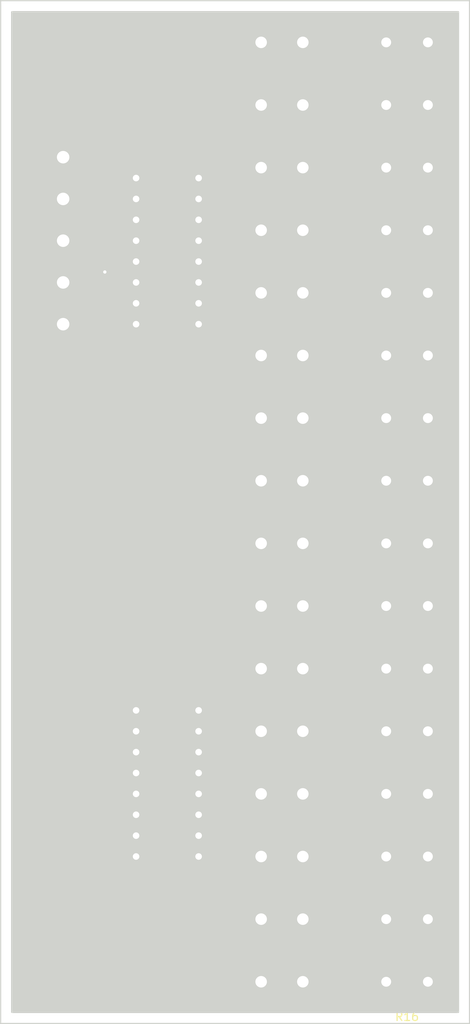
<source format=kicad_pcb>
(kicad_pcb (version 4) (host pcbnew 4.0.5)

  (general
    (links 62)
    (no_connects 20)
    (area 76.925 50.595 130.825001 175.565)
    (thickness 1.6)
    (drawings 4)
    (tracks 134)
    (zones 0)
    (modules 35)
    (nets 40)
  )

  (page A4)
  (title_block
    (title "Luminous Frame")
    (rev V1.0)
    (company VIBI27)
  )

  (layers
    (0 F.Cu signal)
    (31 B.Cu signal)
    (33 F.Adhes user)
    (35 F.Paste user)
    (37 F.SilkS user)
    (39 F.Mask user)
    (40 Dwgs.User user)
    (41 Cmts.User user)
    (42 Eco1.User user)
    (43 Eco2.User user)
    (44 Edge.Cuts user)
    (45 Margin user)
    (47 F.CrtYd user)
    (49 F.Fab user)
  )

  (setup
    (last_trace_width 0.25)
    (trace_clearance 0.25)
    (zone_clearance 0.508)
    (zone_45_only yes)
    (trace_min 0.25)
    (segment_width 0.2)
    (edge_width 0.15)
    (via_size 0.6)
    (via_drill 0.4)
    (via_min_size 0.4)
    (via_min_drill 0.3)
    (uvia_size 0.3)
    (uvia_drill 0.1)
    (uvias_allowed no)
    (uvia_min_size 0.2)
    (uvia_min_drill 0.1)
    (pcb_text_width 0.3)
    (pcb_text_size 1.5 1.5)
    (mod_edge_width 0.15)
    (mod_text_size 1 1)
    (mod_text_width 0.15)
    (pad_size 1.524 1.524)
    (pad_drill 0.762)
    (pad_to_mask_clearance 0.2)
    (aux_axis_origin 0 0)
    (visible_elements 7FFFFFFF)
    (pcbplotparams
      (layerselection 0x00030_80000001)
      (usegerberextensions false)
      (excludeedgelayer true)
      (linewidth 0.100000)
      (plotframeref false)
      (viasonmask false)
      (mode 1)
      (useauxorigin false)
      (hpglpennumber 1)
      (hpglpenspeed 20)
      (hpglpendiameter 15)
      (hpglpenoverlay 2)
      (psnegative false)
      (psa4output false)
      (plotreference true)
      (plotvalue true)
      (plotinvisibletext false)
      (padsonsilk false)
      (subtractmaskfromsilk false)
      (outputformat 1)
      (mirror false)
      (drillshape 1)
      (scaleselection 1)
      (outputdirectory ""))
  )

  (net 0 "")
  (net 1 "Net-(D1-Pad1)")
  (net 2 /led1)
  (net 3 "Net-(D2-Pad1)")
  (net 4 /led2)
  (net 5 "Net-(D3-Pad1)")
  (net 6 /led3)
  (net 7 "Net-(D4-Pad1)")
  (net 8 /led4)
  (net 9 "Net-(D5-Pad1)")
  (net 10 /led5)
  (net 11 "Net-(D6-Pad1)")
  (net 12 /led6)
  (net 13 "Net-(D7-Pad1)")
  (net 14 /led7)
  (net 15 "Net-(D8-Pad1)")
  (net 16 /led8)
  (net 17 "Net-(D9-Pad1)")
  (net 18 /led9)
  (net 19 "Net-(D10-Pad1)")
  (net 20 /led10)
  (net 21 "Net-(D11-Pad1)")
  (net 22 /led11)
  (net 23 "Net-(D12-Pad1)")
  (net 24 /led12)
  (net 25 "Net-(D13-Pad1)")
  (net 26 /led13)
  (net 27 "Net-(D14-Pad1)")
  (net 28 /led14)
  (net 29 "Net-(D15-Pad1)")
  (net 30 /led15)
  (net 31 "Net-(D16-Pad1)")
  (net 32 /led16)
  (net 33 VCC)
  (net 34 /latch)
  (net 35 GND)
  (net 36 /clock)
  (net 37 /data)
  (net 38 "Net-(U1-Pad9)")
  (net 39 "Net-(U2-Pad9)")

  (net_class Default "Ceci est la Netclass par défaut"
    (clearance 0.25)
    (trace_width 0.25)
    (via_dia 0.6)
    (via_drill 0.4)
    (uvia_dia 0.3)
    (uvia_drill 0.1)
    (add_net /clock)
    (add_net /data)
    (add_net /latch)
    (add_net /led1)
    (add_net /led10)
    (add_net /led11)
    (add_net /led12)
    (add_net /led13)
    (add_net /led14)
    (add_net /led15)
    (add_net /led16)
    (add_net /led2)
    (add_net /led3)
    (add_net /led4)
    (add_net /led5)
    (add_net /led6)
    (add_net /led7)
    (add_net /led8)
    (add_net /led9)
    (add_net GND)
    (add_net "Net-(D1-Pad1)")
    (add_net "Net-(D10-Pad1)")
    (add_net "Net-(D11-Pad1)")
    (add_net "Net-(D12-Pad1)")
    (add_net "Net-(D13-Pad1)")
    (add_net "Net-(D14-Pad1)")
    (add_net "Net-(D15-Pad1)")
    (add_net "Net-(D16-Pad1)")
    (add_net "Net-(D2-Pad1)")
    (add_net "Net-(D3-Pad1)")
    (add_net "Net-(D4-Pad1)")
    (add_net "Net-(D5-Pad1)")
    (add_net "Net-(D6-Pad1)")
    (add_net "Net-(D7-Pad1)")
    (add_net "Net-(D8-Pad1)")
    (add_net "Net-(D9-Pad1)")
    (add_net "Net-(U1-Pad9)")
    (add_net "Net-(U2-Pad9)")
    (add_net VCC)
  )

  (module Diodes_THT:D_5W_P5.08mm_Vertical_AnodeUp (layer F.Cu) (tedit 5877C982) (tstamp 58B4BA35)
    (at 111.76 55.88 180)
    (descr "D, 5W series, Axial, Vertical, pin pitch=5.08mm, , length*diameter=8.9*3.7mm^2, , http://www.diodes.com/_files/packages/8686949.gif")
    (tags "D 5W series Axial Vertical pin pitch 5.08mm  length 8.9mm diameter 3.7mm")
    (path /58B4A6AB)
    (fp_text reference D1 (at 2.54 -3.114899 180) (layer F.SilkS)
      (effects (font (size 1 1) (thickness 0.15)))
    )
    (fp_text value LED (at 2.54 3.114899 180) (layer F.Fab)
      (effects (font (size 1 1) (thickness 0.15)))
    )
    (fp_circle (center 0 0) (end 1.85 0) (layer F.Fab) (width 0.1))
    (fp_circle (center 0 0) (end 2.114899 0) (layer F.SilkS) (width 0.12))
    (fp_line (start 0 0) (end 5.08 0) (layer F.Fab) (width 0.1))
    (fp_line (start 2.114899 0) (end 3.38 0) (layer F.SilkS) (width 0.12))
    (fp_line (start 1.947333 -0.889) (end 1.947333 0.889) (layer F.SilkS) (width 0.12))
    (fp_line (start 1.947333 0) (end 3.132667 -0.889) (layer F.SilkS) (width 0.12))
    (fp_line (start 3.132667 -0.889) (end 3.132667 0.889) (layer F.SilkS) (width 0.12))
    (fp_line (start 3.132667 0.889) (end 1.947333 0) (layer F.SilkS) (width 0.12))
    (fp_line (start -2.2 -2.4) (end -2.2 2.4) (layer F.CrtYd) (width 0.05))
    (fp_line (start -2.2 2.4) (end 6.8 2.4) (layer F.CrtYd) (width 0.05))
    (fp_line (start 6.8 2.4) (end 6.8 -2.4) (layer F.CrtYd) (width 0.05))
    (fp_line (start 6.8 -2.4) (end -2.2 -2.4) (layer F.CrtYd) (width 0.05))
    (fp_text user K (at -2.814899 0 180) (layer F.Fab)
      (effects (font (size 1 1) (thickness 0.15)))
    )
    (pad 1 thru_hole rect (at 0 0 180) (size 2.8 2.8) (drill 1.4) (layers *.Cu *.Mask)
      (net 1 "Net-(D1-Pad1)"))
    (pad 2 thru_hole oval (at 5.08 0 180) (size 2.8 2.8) (drill 1.4) (layers *.Cu *.Mask)
      (net 16 /led8))
    (model Diodes_THT.3dshapes/D_5W_P5.08mm_Vertical_AnodeUp.wrl
      (at (xyz 0 0 0))
      (scale (xyz 0.393701 0.393701 0.393701))
      (rotate (xyz 0 0 0))
    )
  )

  (module Diodes_THT:D_5W_P5.08mm_Vertical_AnodeUp (layer F.Cu) (tedit 5877C982) (tstamp 58B4BA3B)
    (at 111.76 63.5 180)
    (descr "D, 5W series, Axial, Vertical, pin pitch=5.08mm, , length*diameter=8.9*3.7mm^2, , http://www.diodes.com/_files/packages/8686949.gif")
    (tags "D 5W series Axial Vertical pin pitch 5.08mm  length 8.9mm diameter 3.7mm")
    (path /58B4ADDB)
    (fp_text reference D2 (at 2.54 -3.114899 180) (layer F.SilkS)
      (effects (font (size 1 1) (thickness 0.15)))
    )
    (fp_text value LED (at 2.54 3.114899 180) (layer F.Fab)
      (effects (font (size 1 1) (thickness 0.15)))
    )
    (fp_circle (center 0 0) (end 1.85 0) (layer F.Fab) (width 0.1))
    (fp_circle (center 0 0) (end 2.114899 0) (layer F.SilkS) (width 0.12))
    (fp_line (start 0 0) (end 5.08 0) (layer F.Fab) (width 0.1))
    (fp_line (start 2.114899 0) (end 3.38 0) (layer F.SilkS) (width 0.12))
    (fp_line (start 1.947333 -0.889) (end 1.947333 0.889) (layer F.SilkS) (width 0.12))
    (fp_line (start 1.947333 0) (end 3.132667 -0.889) (layer F.SilkS) (width 0.12))
    (fp_line (start 3.132667 -0.889) (end 3.132667 0.889) (layer F.SilkS) (width 0.12))
    (fp_line (start 3.132667 0.889) (end 1.947333 0) (layer F.SilkS) (width 0.12))
    (fp_line (start -2.2 -2.4) (end -2.2 2.4) (layer F.CrtYd) (width 0.05))
    (fp_line (start -2.2 2.4) (end 6.8 2.4) (layer F.CrtYd) (width 0.05))
    (fp_line (start 6.8 2.4) (end 6.8 -2.4) (layer F.CrtYd) (width 0.05))
    (fp_line (start 6.8 -2.4) (end -2.2 -2.4) (layer F.CrtYd) (width 0.05))
    (fp_text user K (at -2.814899 0 180) (layer F.Fab)
      (effects (font (size 1 1) (thickness 0.15)))
    )
    (pad 1 thru_hole rect (at 0 0 180) (size 2.8 2.8) (drill 1.4) (layers *.Cu *.Mask)
      (net 3 "Net-(D2-Pad1)"))
    (pad 2 thru_hole oval (at 5.08 0 180) (size 2.8 2.8) (drill 1.4) (layers *.Cu *.Mask)
      (net 14 /led7))
    (model Diodes_THT.3dshapes/D_5W_P5.08mm_Vertical_AnodeUp.wrl
      (at (xyz 0 0 0))
      (scale (xyz 0.393701 0.393701 0.393701))
      (rotate (xyz 0 0 0))
    )
  )

  (module Diodes_THT:D_5W_P5.08mm_Vertical_AnodeUp (layer F.Cu) (tedit 5877C982) (tstamp 58B4BA41)
    (at 111.76 71.12 180)
    (descr "D, 5W series, Axial, Vertical, pin pitch=5.08mm, , length*diameter=8.9*3.7mm^2, , http://www.diodes.com/_files/packages/8686949.gif")
    (tags "D 5W series Axial Vertical pin pitch 5.08mm  length 8.9mm diameter 3.7mm")
    (path /58B4AE60)
    (fp_text reference D3 (at 2.54 -3.114899 180) (layer F.SilkS)
      (effects (font (size 1 1) (thickness 0.15)))
    )
    (fp_text value LED (at 2.54 3.114899 180) (layer F.Fab)
      (effects (font (size 1 1) (thickness 0.15)))
    )
    (fp_circle (center 0 0) (end 1.85 0) (layer F.Fab) (width 0.1))
    (fp_circle (center 0 0) (end 2.114899 0) (layer F.SilkS) (width 0.12))
    (fp_line (start 0 0) (end 5.08 0) (layer F.Fab) (width 0.1))
    (fp_line (start 2.114899 0) (end 3.38 0) (layer F.SilkS) (width 0.12))
    (fp_line (start 1.947333 -0.889) (end 1.947333 0.889) (layer F.SilkS) (width 0.12))
    (fp_line (start 1.947333 0) (end 3.132667 -0.889) (layer F.SilkS) (width 0.12))
    (fp_line (start 3.132667 -0.889) (end 3.132667 0.889) (layer F.SilkS) (width 0.12))
    (fp_line (start 3.132667 0.889) (end 1.947333 0) (layer F.SilkS) (width 0.12))
    (fp_line (start -2.2 -2.4) (end -2.2 2.4) (layer F.CrtYd) (width 0.05))
    (fp_line (start -2.2 2.4) (end 6.8 2.4) (layer F.CrtYd) (width 0.05))
    (fp_line (start 6.8 2.4) (end 6.8 -2.4) (layer F.CrtYd) (width 0.05))
    (fp_line (start 6.8 -2.4) (end -2.2 -2.4) (layer F.CrtYd) (width 0.05))
    (fp_text user K (at -2.814899 0 180) (layer F.Fab)
      (effects (font (size 1 1) (thickness 0.15)))
    )
    (pad 1 thru_hole rect (at 0 0 180) (size 2.8 2.8) (drill 1.4) (layers *.Cu *.Mask)
      (net 5 "Net-(D3-Pad1)"))
    (pad 2 thru_hole oval (at 5.08 0 180) (size 2.8 2.8) (drill 1.4) (layers *.Cu *.Mask)
      (net 12 /led6))
    (model Diodes_THT.3dshapes/D_5W_P5.08mm_Vertical_AnodeUp.wrl
      (at (xyz 0 0 0))
      (scale (xyz 0.393701 0.393701 0.393701))
      (rotate (xyz 0 0 0))
    )
  )

  (module Diodes_THT:D_5W_P5.08mm_Vertical_AnodeUp (layer F.Cu) (tedit 5877C982) (tstamp 58B4BA47)
    (at 111.76 78.74 180)
    (descr "D, 5W series, Axial, Vertical, pin pitch=5.08mm, , length*diameter=8.9*3.7mm^2, , http://www.diodes.com/_files/packages/8686949.gif")
    (tags "D 5W series Axial Vertical pin pitch 5.08mm  length 8.9mm diameter 3.7mm")
    (path /58B4AEB9)
    (fp_text reference D4 (at 2.54 -3.114899 180) (layer F.SilkS)
      (effects (font (size 1 1) (thickness 0.15)))
    )
    (fp_text value LED (at 2.54 3.114899 180) (layer F.Fab)
      (effects (font (size 1 1) (thickness 0.15)))
    )
    (fp_circle (center 0 0) (end 1.85 0) (layer F.Fab) (width 0.1))
    (fp_circle (center 0 0) (end 2.114899 0) (layer F.SilkS) (width 0.12))
    (fp_line (start 0 0) (end 5.08 0) (layer F.Fab) (width 0.1))
    (fp_line (start 2.114899 0) (end 3.38 0) (layer F.SilkS) (width 0.12))
    (fp_line (start 1.947333 -0.889) (end 1.947333 0.889) (layer F.SilkS) (width 0.12))
    (fp_line (start 1.947333 0) (end 3.132667 -0.889) (layer F.SilkS) (width 0.12))
    (fp_line (start 3.132667 -0.889) (end 3.132667 0.889) (layer F.SilkS) (width 0.12))
    (fp_line (start 3.132667 0.889) (end 1.947333 0) (layer F.SilkS) (width 0.12))
    (fp_line (start -2.2 -2.4) (end -2.2 2.4) (layer F.CrtYd) (width 0.05))
    (fp_line (start -2.2 2.4) (end 6.8 2.4) (layer F.CrtYd) (width 0.05))
    (fp_line (start 6.8 2.4) (end 6.8 -2.4) (layer F.CrtYd) (width 0.05))
    (fp_line (start 6.8 -2.4) (end -2.2 -2.4) (layer F.CrtYd) (width 0.05))
    (fp_text user K (at -2.814899 0 180) (layer F.Fab)
      (effects (font (size 1 1) (thickness 0.15)))
    )
    (pad 1 thru_hole rect (at 0 0 180) (size 2.8 2.8) (drill 1.4) (layers *.Cu *.Mask)
      (net 7 "Net-(D4-Pad1)"))
    (pad 2 thru_hole oval (at 5.08 0 180) (size 2.8 2.8) (drill 1.4) (layers *.Cu *.Mask)
      (net 10 /led5))
    (model Diodes_THT.3dshapes/D_5W_P5.08mm_Vertical_AnodeUp.wrl
      (at (xyz 0 0 0))
      (scale (xyz 0.393701 0.393701 0.393701))
      (rotate (xyz 0 0 0))
    )
  )

  (module Diodes_THT:D_5W_P5.08mm_Vertical_AnodeUp (layer F.Cu) (tedit 5877C982) (tstamp 58B4BA4D)
    (at 111.76 86.36 180)
    (descr "D, 5W series, Axial, Vertical, pin pitch=5.08mm, , length*diameter=8.9*3.7mm^2, , http://www.diodes.com/_files/packages/8686949.gif")
    (tags "D 5W series Axial Vertical pin pitch 5.08mm  length 8.9mm diameter 3.7mm")
    (path /58B4AF1C)
    (fp_text reference D5 (at 2.54 -3.114899 180) (layer F.SilkS)
      (effects (font (size 1 1) (thickness 0.15)))
    )
    (fp_text value LED (at 2.54 3.114899 180) (layer F.Fab)
      (effects (font (size 1 1) (thickness 0.15)))
    )
    (fp_circle (center 0 0) (end 1.85 0) (layer F.Fab) (width 0.1))
    (fp_circle (center 0 0) (end 2.114899 0) (layer F.SilkS) (width 0.12))
    (fp_line (start 0 0) (end 5.08 0) (layer F.Fab) (width 0.1))
    (fp_line (start 2.114899 0) (end 3.38 0) (layer F.SilkS) (width 0.12))
    (fp_line (start 1.947333 -0.889) (end 1.947333 0.889) (layer F.SilkS) (width 0.12))
    (fp_line (start 1.947333 0) (end 3.132667 -0.889) (layer F.SilkS) (width 0.12))
    (fp_line (start 3.132667 -0.889) (end 3.132667 0.889) (layer F.SilkS) (width 0.12))
    (fp_line (start 3.132667 0.889) (end 1.947333 0) (layer F.SilkS) (width 0.12))
    (fp_line (start -2.2 -2.4) (end -2.2 2.4) (layer F.CrtYd) (width 0.05))
    (fp_line (start -2.2 2.4) (end 6.8 2.4) (layer F.CrtYd) (width 0.05))
    (fp_line (start 6.8 2.4) (end 6.8 -2.4) (layer F.CrtYd) (width 0.05))
    (fp_line (start 6.8 -2.4) (end -2.2 -2.4) (layer F.CrtYd) (width 0.05))
    (fp_text user K (at -2.814899 0 180) (layer F.Fab)
      (effects (font (size 1 1) (thickness 0.15)))
    )
    (pad 1 thru_hole rect (at 0 0 180) (size 2.8 2.8) (drill 1.4) (layers *.Cu *.Mask)
      (net 9 "Net-(D5-Pad1)"))
    (pad 2 thru_hole oval (at 5.08 0 180) (size 2.8 2.8) (drill 1.4) (layers *.Cu *.Mask)
      (net 8 /led4))
    (model Diodes_THT.3dshapes/D_5W_P5.08mm_Vertical_AnodeUp.wrl
      (at (xyz 0 0 0))
      (scale (xyz 0.393701 0.393701 0.393701))
      (rotate (xyz 0 0 0))
    )
  )

  (module Diodes_THT:D_5W_P5.08mm_Vertical_AnodeUp (layer F.Cu) (tedit 5877C982) (tstamp 58B4BA53)
    (at 111.76 93.98 180)
    (descr "D, 5W series, Axial, Vertical, pin pitch=5.08mm, , length*diameter=8.9*3.7mm^2, , http://www.diodes.com/_files/packages/8686949.gif")
    (tags "D 5W series Axial Vertical pin pitch 5.08mm  length 8.9mm diameter 3.7mm")
    (path /58B4AF79)
    (fp_text reference D6 (at 2.54 -3.114899 180) (layer F.SilkS)
      (effects (font (size 1 1) (thickness 0.15)))
    )
    (fp_text value LED (at 2.54 3.114899 180) (layer F.Fab)
      (effects (font (size 1 1) (thickness 0.15)))
    )
    (fp_circle (center 0 0) (end 1.85 0) (layer F.Fab) (width 0.1))
    (fp_circle (center 0 0) (end 2.114899 0) (layer F.SilkS) (width 0.12))
    (fp_line (start 0 0) (end 5.08 0) (layer F.Fab) (width 0.1))
    (fp_line (start 2.114899 0) (end 3.38 0) (layer F.SilkS) (width 0.12))
    (fp_line (start 1.947333 -0.889) (end 1.947333 0.889) (layer F.SilkS) (width 0.12))
    (fp_line (start 1.947333 0) (end 3.132667 -0.889) (layer F.SilkS) (width 0.12))
    (fp_line (start 3.132667 -0.889) (end 3.132667 0.889) (layer F.SilkS) (width 0.12))
    (fp_line (start 3.132667 0.889) (end 1.947333 0) (layer F.SilkS) (width 0.12))
    (fp_line (start -2.2 -2.4) (end -2.2 2.4) (layer F.CrtYd) (width 0.05))
    (fp_line (start -2.2 2.4) (end 6.8 2.4) (layer F.CrtYd) (width 0.05))
    (fp_line (start 6.8 2.4) (end 6.8 -2.4) (layer F.CrtYd) (width 0.05))
    (fp_line (start 6.8 -2.4) (end -2.2 -2.4) (layer F.CrtYd) (width 0.05))
    (fp_text user K (at -2.814899 0 180) (layer F.Fab)
      (effects (font (size 1 1) (thickness 0.15)))
    )
    (pad 1 thru_hole rect (at 0 0 180) (size 2.8 2.8) (drill 1.4) (layers *.Cu *.Mask)
      (net 11 "Net-(D6-Pad1)"))
    (pad 2 thru_hole oval (at 5.08 0 180) (size 2.8 2.8) (drill 1.4) (layers *.Cu *.Mask)
      (net 6 /led3))
    (model Diodes_THT.3dshapes/D_5W_P5.08mm_Vertical_AnodeUp.wrl
      (at (xyz 0 0 0))
      (scale (xyz 0.393701 0.393701 0.393701))
      (rotate (xyz 0 0 0))
    )
  )

  (module Diodes_THT:D_5W_P5.08mm_Vertical_AnodeUp (layer F.Cu) (tedit 5877C982) (tstamp 58B4BA59)
    (at 111.76 101.6 180)
    (descr "D, 5W series, Axial, Vertical, pin pitch=5.08mm, , length*diameter=8.9*3.7mm^2, , http://www.diodes.com/_files/packages/8686949.gif")
    (tags "D 5W series Axial Vertical pin pitch 5.08mm  length 8.9mm diameter 3.7mm")
    (path /58B4AFD8)
    (fp_text reference D7 (at 2.54 -3.114899 180) (layer F.SilkS)
      (effects (font (size 1 1) (thickness 0.15)))
    )
    (fp_text value LED (at 2.54 3.114899 180) (layer F.Fab)
      (effects (font (size 1 1) (thickness 0.15)))
    )
    (fp_circle (center 0 0) (end 1.85 0) (layer F.Fab) (width 0.1))
    (fp_circle (center 0 0) (end 2.114899 0) (layer F.SilkS) (width 0.12))
    (fp_line (start 0 0) (end 5.08 0) (layer F.Fab) (width 0.1))
    (fp_line (start 2.114899 0) (end 3.38 0) (layer F.SilkS) (width 0.12))
    (fp_line (start 1.947333 -0.889) (end 1.947333 0.889) (layer F.SilkS) (width 0.12))
    (fp_line (start 1.947333 0) (end 3.132667 -0.889) (layer F.SilkS) (width 0.12))
    (fp_line (start 3.132667 -0.889) (end 3.132667 0.889) (layer F.SilkS) (width 0.12))
    (fp_line (start 3.132667 0.889) (end 1.947333 0) (layer F.SilkS) (width 0.12))
    (fp_line (start -2.2 -2.4) (end -2.2 2.4) (layer F.CrtYd) (width 0.05))
    (fp_line (start -2.2 2.4) (end 6.8 2.4) (layer F.CrtYd) (width 0.05))
    (fp_line (start 6.8 2.4) (end 6.8 -2.4) (layer F.CrtYd) (width 0.05))
    (fp_line (start 6.8 -2.4) (end -2.2 -2.4) (layer F.CrtYd) (width 0.05))
    (fp_text user K (at -2.814899 0 180) (layer F.Fab)
      (effects (font (size 1 1) (thickness 0.15)))
    )
    (pad 1 thru_hole rect (at 0 0 180) (size 2.8 2.8) (drill 1.4) (layers *.Cu *.Mask)
      (net 13 "Net-(D7-Pad1)"))
    (pad 2 thru_hole oval (at 5.08 0 180) (size 2.8 2.8) (drill 1.4) (layers *.Cu *.Mask)
      (net 4 /led2))
    (model Diodes_THT.3dshapes/D_5W_P5.08mm_Vertical_AnodeUp.wrl
      (at (xyz 0 0 0))
      (scale (xyz 0.393701 0.393701 0.393701))
      (rotate (xyz 0 0 0))
    )
  )

  (module Diodes_THT:D_5W_P5.08mm_Vertical_AnodeUp (layer F.Cu) (tedit 5877C982) (tstamp 58B4BA5F)
    (at 111.76 109.22 180)
    (descr "D, 5W series, Axial, Vertical, pin pitch=5.08mm, , length*diameter=8.9*3.7mm^2, , http://www.diodes.com/_files/packages/8686949.gif")
    (tags "D 5W series Axial Vertical pin pitch 5.08mm  length 8.9mm diameter 3.7mm")
    (path /58B4B03D)
    (fp_text reference D8 (at 2.54 -3.114899 180) (layer F.SilkS)
      (effects (font (size 1 1) (thickness 0.15)))
    )
    (fp_text value LED (at 2.54 3.114899 180) (layer F.Fab)
      (effects (font (size 1 1) (thickness 0.15)))
    )
    (fp_circle (center 0 0) (end 1.85 0) (layer F.Fab) (width 0.1))
    (fp_circle (center 0 0) (end 2.114899 0) (layer F.SilkS) (width 0.12))
    (fp_line (start 0 0) (end 5.08 0) (layer F.Fab) (width 0.1))
    (fp_line (start 2.114899 0) (end 3.38 0) (layer F.SilkS) (width 0.12))
    (fp_line (start 1.947333 -0.889) (end 1.947333 0.889) (layer F.SilkS) (width 0.12))
    (fp_line (start 1.947333 0) (end 3.132667 -0.889) (layer F.SilkS) (width 0.12))
    (fp_line (start 3.132667 -0.889) (end 3.132667 0.889) (layer F.SilkS) (width 0.12))
    (fp_line (start 3.132667 0.889) (end 1.947333 0) (layer F.SilkS) (width 0.12))
    (fp_line (start -2.2 -2.4) (end -2.2 2.4) (layer F.CrtYd) (width 0.05))
    (fp_line (start -2.2 2.4) (end 6.8 2.4) (layer F.CrtYd) (width 0.05))
    (fp_line (start 6.8 2.4) (end 6.8 -2.4) (layer F.CrtYd) (width 0.05))
    (fp_line (start 6.8 -2.4) (end -2.2 -2.4) (layer F.CrtYd) (width 0.05))
    (fp_text user K (at -2.814899 0 180) (layer F.Fab)
      (effects (font (size 1 1) (thickness 0.15)))
    )
    (pad 1 thru_hole rect (at 0 0 180) (size 2.8 2.8) (drill 1.4) (layers *.Cu *.Mask)
      (net 15 "Net-(D8-Pad1)"))
    (pad 2 thru_hole oval (at 5.08 0 180) (size 2.8 2.8) (drill 1.4) (layers *.Cu *.Mask)
      (net 2 /led1))
    (model Diodes_THT.3dshapes/D_5W_P5.08mm_Vertical_AnodeUp.wrl
      (at (xyz 0 0 0))
      (scale (xyz 0.393701 0.393701 0.393701))
      (rotate (xyz 0 0 0))
    )
  )

  (module Diodes_THT:D_5W_P5.08mm_Vertical_AnodeUp (layer F.Cu) (tedit 5877C982) (tstamp 58B4BA65)
    (at 111.76 116.84 180)
    (descr "D, 5W series, Axial, Vertical, pin pitch=5.08mm, , length*diameter=8.9*3.7mm^2, , http://www.diodes.com/_files/packages/8686949.gif")
    (tags "D 5W series Axial Vertical pin pitch 5.08mm  length 8.9mm diameter 3.7mm")
    (path /58B36C51)
    (fp_text reference D9 (at 2.54 -3.114899 180) (layer F.SilkS)
      (effects (font (size 1 1) (thickness 0.15)))
    )
    (fp_text value LED (at 2.54 3.114899 180) (layer F.Fab)
      (effects (font (size 1 1) (thickness 0.15)))
    )
    (fp_circle (center 0 0) (end 1.85 0) (layer F.Fab) (width 0.1))
    (fp_circle (center 0 0) (end 2.114899 0) (layer F.SilkS) (width 0.12))
    (fp_line (start 0 0) (end 5.08 0) (layer F.Fab) (width 0.1))
    (fp_line (start 2.114899 0) (end 3.38 0) (layer F.SilkS) (width 0.12))
    (fp_line (start 1.947333 -0.889) (end 1.947333 0.889) (layer F.SilkS) (width 0.12))
    (fp_line (start 1.947333 0) (end 3.132667 -0.889) (layer F.SilkS) (width 0.12))
    (fp_line (start 3.132667 -0.889) (end 3.132667 0.889) (layer F.SilkS) (width 0.12))
    (fp_line (start 3.132667 0.889) (end 1.947333 0) (layer F.SilkS) (width 0.12))
    (fp_line (start -2.2 -2.4) (end -2.2 2.4) (layer F.CrtYd) (width 0.05))
    (fp_line (start -2.2 2.4) (end 6.8 2.4) (layer F.CrtYd) (width 0.05))
    (fp_line (start 6.8 2.4) (end 6.8 -2.4) (layer F.CrtYd) (width 0.05))
    (fp_line (start 6.8 -2.4) (end -2.2 -2.4) (layer F.CrtYd) (width 0.05))
    (fp_text user K (at -2.814899 0 180) (layer F.Fab)
      (effects (font (size 1 1) (thickness 0.15)))
    )
    (pad 1 thru_hole rect (at 0 0 180) (size 2.8 2.8) (drill 1.4) (layers *.Cu *.Mask)
      (net 17 "Net-(D9-Pad1)"))
    (pad 2 thru_hole oval (at 5.08 0 180) (size 2.8 2.8) (drill 1.4) (layers *.Cu *.Mask)
      (net 32 /led16))
    (model Diodes_THT.3dshapes/D_5W_P5.08mm_Vertical_AnodeUp.wrl
      (at (xyz 0 0 0))
      (scale (xyz 0.393701 0.393701 0.393701))
      (rotate (xyz 0 0 0))
    )
  )

  (module Diodes_THT:D_5W_P5.08mm_Vertical_AnodeUp (layer F.Cu) (tedit 5877C982) (tstamp 58B4BA6B)
    (at 111.76 124.46 180)
    (descr "D, 5W series, Axial, Vertical, pin pitch=5.08mm, , length*diameter=8.9*3.7mm^2, , http://www.diodes.com/_files/packages/8686949.gif")
    (tags "D 5W series Axial Vertical pin pitch 5.08mm  length 8.9mm diameter 3.7mm")
    (path /58B36C82)
    (fp_text reference D10 (at 2.54 -3.114899 180) (layer F.SilkS)
      (effects (font (size 1 1) (thickness 0.15)))
    )
    (fp_text value LED (at 2.54 3.114899 180) (layer F.Fab)
      (effects (font (size 1 1) (thickness 0.15)))
    )
    (fp_circle (center 0 0) (end 1.85 0) (layer F.Fab) (width 0.1))
    (fp_circle (center 0 0) (end 2.114899 0) (layer F.SilkS) (width 0.12))
    (fp_line (start 0 0) (end 5.08 0) (layer F.Fab) (width 0.1))
    (fp_line (start 2.114899 0) (end 3.38 0) (layer F.SilkS) (width 0.12))
    (fp_line (start 1.947333 -0.889) (end 1.947333 0.889) (layer F.SilkS) (width 0.12))
    (fp_line (start 1.947333 0) (end 3.132667 -0.889) (layer F.SilkS) (width 0.12))
    (fp_line (start 3.132667 -0.889) (end 3.132667 0.889) (layer F.SilkS) (width 0.12))
    (fp_line (start 3.132667 0.889) (end 1.947333 0) (layer F.SilkS) (width 0.12))
    (fp_line (start -2.2 -2.4) (end -2.2 2.4) (layer F.CrtYd) (width 0.05))
    (fp_line (start -2.2 2.4) (end 6.8 2.4) (layer F.CrtYd) (width 0.05))
    (fp_line (start 6.8 2.4) (end 6.8 -2.4) (layer F.CrtYd) (width 0.05))
    (fp_line (start 6.8 -2.4) (end -2.2 -2.4) (layer F.CrtYd) (width 0.05))
    (fp_text user K (at -2.814899 0 180) (layer F.Fab)
      (effects (font (size 1 1) (thickness 0.15)))
    )
    (pad 1 thru_hole rect (at 0 0 180) (size 2.8 2.8) (drill 1.4) (layers *.Cu *.Mask)
      (net 19 "Net-(D10-Pad1)"))
    (pad 2 thru_hole oval (at 5.08 0 180) (size 2.8 2.8) (drill 1.4) (layers *.Cu *.Mask)
      (net 30 /led15))
    (model Diodes_THT.3dshapes/D_5W_P5.08mm_Vertical_AnodeUp.wrl
      (at (xyz 0 0 0))
      (scale (xyz 0.393701 0.393701 0.393701))
      (rotate (xyz 0 0 0))
    )
  )

  (module Diodes_THT:D_5W_P5.08mm_Vertical_AnodeUp (layer F.Cu) (tedit 5877C982) (tstamp 58B4BA71)
    (at 111.76 132.08 180)
    (descr "D, 5W series, Axial, Vertical, pin pitch=5.08mm, , length*diameter=8.9*3.7mm^2, , http://www.diodes.com/_files/packages/8686949.gif")
    (tags "D 5W series Axial Vertical pin pitch 5.08mm  length 8.9mm diameter 3.7mm")
    (path /58B36CEA)
    (fp_text reference D11 (at 2.54 -3.114899 180) (layer F.SilkS)
      (effects (font (size 1 1) (thickness 0.15)))
    )
    (fp_text value LED (at 2.54 3.114899 180) (layer F.Fab)
      (effects (font (size 1 1) (thickness 0.15)))
    )
    (fp_circle (center 0 0) (end 1.85 0) (layer F.Fab) (width 0.1))
    (fp_circle (center 0 0) (end 2.114899 0) (layer F.SilkS) (width 0.12))
    (fp_line (start 0 0) (end 5.08 0) (layer F.Fab) (width 0.1))
    (fp_line (start 2.114899 0) (end 3.38 0) (layer F.SilkS) (width 0.12))
    (fp_line (start 1.947333 -0.889) (end 1.947333 0.889) (layer F.SilkS) (width 0.12))
    (fp_line (start 1.947333 0) (end 3.132667 -0.889) (layer F.SilkS) (width 0.12))
    (fp_line (start 3.132667 -0.889) (end 3.132667 0.889) (layer F.SilkS) (width 0.12))
    (fp_line (start 3.132667 0.889) (end 1.947333 0) (layer F.SilkS) (width 0.12))
    (fp_line (start -2.2 -2.4) (end -2.2 2.4) (layer F.CrtYd) (width 0.05))
    (fp_line (start -2.2 2.4) (end 6.8 2.4) (layer F.CrtYd) (width 0.05))
    (fp_line (start 6.8 2.4) (end 6.8 -2.4) (layer F.CrtYd) (width 0.05))
    (fp_line (start 6.8 -2.4) (end -2.2 -2.4) (layer F.CrtYd) (width 0.05))
    (fp_text user K (at -2.814899 0 180) (layer F.Fab)
      (effects (font (size 1 1) (thickness 0.15)))
    )
    (pad 1 thru_hole rect (at 0 0 180) (size 2.8 2.8) (drill 1.4) (layers *.Cu *.Mask)
      (net 21 "Net-(D11-Pad1)"))
    (pad 2 thru_hole oval (at 5.08 0 180) (size 2.8 2.8) (drill 1.4) (layers *.Cu *.Mask)
      (net 28 /led14))
    (model Diodes_THT.3dshapes/D_5W_P5.08mm_Vertical_AnodeUp.wrl
      (at (xyz 0 0 0))
      (scale (xyz 0.393701 0.393701 0.393701))
      (rotate (xyz 0 0 0))
    )
  )

  (module Diodes_THT:D_5W_P5.08mm_Vertical_AnodeUp (layer F.Cu) (tedit 5877C982) (tstamp 58B4BA77)
    (at 111.76 139.7 180)
    (descr "D, 5W series, Axial, Vertical, pin pitch=5.08mm, , length*diameter=8.9*3.7mm^2, , http://www.diodes.com/_files/packages/8686949.gif")
    (tags "D 5W series Axial Vertical pin pitch 5.08mm  length 8.9mm diameter 3.7mm")
    (path /58B36D21)
    (fp_text reference D12 (at 2.54 -3.114899 180) (layer F.SilkS)
      (effects (font (size 1 1) (thickness 0.15)))
    )
    (fp_text value LED (at 2.54 3.114899 180) (layer F.Fab)
      (effects (font (size 1 1) (thickness 0.15)))
    )
    (fp_circle (center 0 0) (end 1.85 0) (layer F.Fab) (width 0.1))
    (fp_circle (center 0 0) (end 2.114899 0) (layer F.SilkS) (width 0.12))
    (fp_line (start 0 0) (end 5.08 0) (layer F.Fab) (width 0.1))
    (fp_line (start 2.114899 0) (end 3.38 0) (layer F.SilkS) (width 0.12))
    (fp_line (start 1.947333 -0.889) (end 1.947333 0.889) (layer F.SilkS) (width 0.12))
    (fp_line (start 1.947333 0) (end 3.132667 -0.889) (layer F.SilkS) (width 0.12))
    (fp_line (start 3.132667 -0.889) (end 3.132667 0.889) (layer F.SilkS) (width 0.12))
    (fp_line (start 3.132667 0.889) (end 1.947333 0) (layer F.SilkS) (width 0.12))
    (fp_line (start -2.2 -2.4) (end -2.2 2.4) (layer F.CrtYd) (width 0.05))
    (fp_line (start -2.2 2.4) (end 6.8 2.4) (layer F.CrtYd) (width 0.05))
    (fp_line (start 6.8 2.4) (end 6.8 -2.4) (layer F.CrtYd) (width 0.05))
    (fp_line (start 6.8 -2.4) (end -2.2 -2.4) (layer F.CrtYd) (width 0.05))
    (fp_text user K (at -2.814899 0 180) (layer F.Fab)
      (effects (font (size 1 1) (thickness 0.15)))
    )
    (pad 1 thru_hole rect (at 0 0 180) (size 2.8 2.8) (drill 1.4) (layers *.Cu *.Mask)
      (net 23 "Net-(D12-Pad1)"))
    (pad 2 thru_hole oval (at 5.08 0 180) (size 2.8 2.8) (drill 1.4) (layers *.Cu *.Mask)
      (net 26 /led13))
    (model Diodes_THT.3dshapes/D_5W_P5.08mm_Vertical_AnodeUp.wrl
      (at (xyz 0 0 0))
      (scale (xyz 0.393701 0.393701 0.393701))
      (rotate (xyz 0 0 0))
    )
  )

  (module Diodes_THT:D_5W_P5.08mm_Vertical_AnodeUp (layer F.Cu) (tedit 5877C982) (tstamp 58B4BA7D)
    (at 111.76 147.32 180)
    (descr "D, 5W series, Axial, Vertical, pin pitch=5.08mm, , length*diameter=8.9*3.7mm^2, , http://www.diodes.com/_files/packages/8686949.gif")
    (tags "D 5W series Axial Vertical pin pitch 5.08mm  length 8.9mm diameter 3.7mm")
    (path /58B36D95)
    (fp_text reference D13 (at 2.54 -3.114899 180) (layer F.SilkS)
      (effects (font (size 1 1) (thickness 0.15)))
    )
    (fp_text value LED (at 2.54 3.114899 180) (layer F.Fab)
      (effects (font (size 1 1) (thickness 0.15)))
    )
    (fp_circle (center 0 0) (end 1.85 0) (layer F.Fab) (width 0.1))
    (fp_circle (center 0 0) (end 2.114899 0) (layer F.SilkS) (width 0.12))
    (fp_line (start 0 0) (end 5.08 0) (layer F.Fab) (width 0.1))
    (fp_line (start 2.114899 0) (end 3.38 0) (layer F.SilkS) (width 0.12))
    (fp_line (start 1.947333 -0.889) (end 1.947333 0.889) (layer F.SilkS) (width 0.12))
    (fp_line (start 1.947333 0) (end 3.132667 -0.889) (layer F.SilkS) (width 0.12))
    (fp_line (start 3.132667 -0.889) (end 3.132667 0.889) (layer F.SilkS) (width 0.12))
    (fp_line (start 3.132667 0.889) (end 1.947333 0) (layer F.SilkS) (width 0.12))
    (fp_line (start -2.2 -2.4) (end -2.2 2.4) (layer F.CrtYd) (width 0.05))
    (fp_line (start -2.2 2.4) (end 6.8 2.4) (layer F.CrtYd) (width 0.05))
    (fp_line (start 6.8 2.4) (end 6.8 -2.4) (layer F.CrtYd) (width 0.05))
    (fp_line (start 6.8 -2.4) (end -2.2 -2.4) (layer F.CrtYd) (width 0.05))
    (fp_text user K (at -2.814899 0 180) (layer F.Fab)
      (effects (font (size 1 1) (thickness 0.15)))
    )
    (pad 1 thru_hole rect (at 0 0 180) (size 2.8 2.8) (drill 1.4) (layers *.Cu *.Mask)
      (net 25 "Net-(D13-Pad1)"))
    (pad 2 thru_hole oval (at 5.08 0 180) (size 2.8 2.8) (drill 1.4) (layers *.Cu *.Mask)
      (net 24 /led12))
    (model Diodes_THT.3dshapes/D_5W_P5.08mm_Vertical_AnodeUp.wrl
      (at (xyz 0 0 0))
      (scale (xyz 0.393701 0.393701 0.393701))
      (rotate (xyz 0 0 0))
    )
  )

  (module Diodes_THT:D_5W_P5.08mm_Vertical_AnodeUp (layer F.Cu) (tedit 5877C982) (tstamp 58B4BA83)
    (at 111.76 154.94 180)
    (descr "D, 5W series, Axial, Vertical, pin pitch=5.08mm, , length*diameter=8.9*3.7mm^2, , http://www.diodes.com/_files/packages/8686949.gif")
    (tags "D 5W series Axial Vertical pin pitch 5.08mm  length 8.9mm diameter 3.7mm")
    (path /58B36DD4)
    (fp_text reference D14 (at 2.54 -3.114899 180) (layer F.SilkS)
      (effects (font (size 1 1) (thickness 0.15)))
    )
    (fp_text value LED (at 2.54 3.114899 180) (layer F.Fab)
      (effects (font (size 1 1) (thickness 0.15)))
    )
    (fp_circle (center 0 0) (end 1.85 0) (layer F.Fab) (width 0.1))
    (fp_circle (center 0 0) (end 2.114899 0) (layer F.SilkS) (width 0.12))
    (fp_line (start 0 0) (end 5.08 0) (layer F.Fab) (width 0.1))
    (fp_line (start 2.114899 0) (end 3.38 0) (layer F.SilkS) (width 0.12))
    (fp_line (start 1.947333 -0.889) (end 1.947333 0.889) (layer F.SilkS) (width 0.12))
    (fp_line (start 1.947333 0) (end 3.132667 -0.889) (layer F.SilkS) (width 0.12))
    (fp_line (start 3.132667 -0.889) (end 3.132667 0.889) (layer F.SilkS) (width 0.12))
    (fp_line (start 3.132667 0.889) (end 1.947333 0) (layer F.SilkS) (width 0.12))
    (fp_line (start -2.2 -2.4) (end -2.2 2.4) (layer F.CrtYd) (width 0.05))
    (fp_line (start -2.2 2.4) (end 6.8 2.4) (layer F.CrtYd) (width 0.05))
    (fp_line (start 6.8 2.4) (end 6.8 -2.4) (layer F.CrtYd) (width 0.05))
    (fp_line (start 6.8 -2.4) (end -2.2 -2.4) (layer F.CrtYd) (width 0.05))
    (fp_text user K (at -2.814899 0 180) (layer F.Fab)
      (effects (font (size 1 1) (thickness 0.15)))
    )
    (pad 1 thru_hole rect (at 0 0 180) (size 2.8 2.8) (drill 1.4) (layers *.Cu *.Mask)
      (net 27 "Net-(D14-Pad1)"))
    (pad 2 thru_hole oval (at 5.08 0 180) (size 2.8 2.8) (drill 1.4) (layers *.Cu *.Mask)
      (net 22 /led11))
    (model Diodes_THT.3dshapes/D_5W_P5.08mm_Vertical_AnodeUp.wrl
      (at (xyz 0 0 0))
      (scale (xyz 0.393701 0.393701 0.393701))
      (rotate (xyz 0 0 0))
    )
  )

  (module Diodes_THT:D_5W_P5.08mm_Vertical_AnodeUp (layer F.Cu) (tedit 5877C982) (tstamp 58B4BA89)
    (at 111.76 162.56 180)
    (descr "D, 5W series, Axial, Vertical, pin pitch=5.08mm, , length*diameter=8.9*3.7mm^2, , http://www.diodes.com/_files/packages/8686949.gif")
    (tags "D 5W series Axial Vertical pin pitch 5.08mm  length 8.9mm diameter 3.7mm")
    (path /58B36CB5)
    (fp_text reference D15 (at 2.54 -3.114899 180) (layer F.SilkS)
      (effects (font (size 1 1) (thickness 0.15)))
    )
    (fp_text value LED (at 2.54 3.114899 180) (layer F.Fab)
      (effects (font (size 1 1) (thickness 0.15)))
    )
    (fp_circle (center 0 0) (end 1.85 0) (layer F.Fab) (width 0.1))
    (fp_circle (center 0 0) (end 2.114899 0) (layer F.SilkS) (width 0.12))
    (fp_line (start 0 0) (end 5.08 0) (layer F.Fab) (width 0.1))
    (fp_line (start 2.114899 0) (end 3.38 0) (layer F.SilkS) (width 0.12))
    (fp_line (start 1.947333 -0.889) (end 1.947333 0.889) (layer F.SilkS) (width 0.12))
    (fp_line (start 1.947333 0) (end 3.132667 -0.889) (layer F.SilkS) (width 0.12))
    (fp_line (start 3.132667 -0.889) (end 3.132667 0.889) (layer F.SilkS) (width 0.12))
    (fp_line (start 3.132667 0.889) (end 1.947333 0) (layer F.SilkS) (width 0.12))
    (fp_line (start -2.2 -2.4) (end -2.2 2.4) (layer F.CrtYd) (width 0.05))
    (fp_line (start -2.2 2.4) (end 6.8 2.4) (layer F.CrtYd) (width 0.05))
    (fp_line (start 6.8 2.4) (end 6.8 -2.4) (layer F.CrtYd) (width 0.05))
    (fp_line (start 6.8 -2.4) (end -2.2 -2.4) (layer F.CrtYd) (width 0.05))
    (fp_text user K (at -2.814899 0 180) (layer F.Fab)
      (effects (font (size 1 1) (thickness 0.15)))
    )
    (pad 1 thru_hole rect (at 0 0 180) (size 2.8 2.8) (drill 1.4) (layers *.Cu *.Mask)
      (net 29 "Net-(D15-Pad1)"))
    (pad 2 thru_hole oval (at 5.08 0 180) (size 2.8 2.8) (drill 1.4) (layers *.Cu *.Mask)
      (net 20 /led10))
    (model Diodes_THT.3dshapes/D_5W_P5.08mm_Vertical_AnodeUp.wrl
      (at (xyz 0 0 0))
      (scale (xyz 0.393701 0.393701 0.393701))
      (rotate (xyz 0 0 0))
    )
  )

  (module Diodes_THT:D_5W_P5.08mm_Vertical_AnodeUp (layer F.Cu) (tedit 5877C982) (tstamp 58B4BA8F)
    (at 111.76 170.18 180)
    (descr "D, 5W series, Axial, Vertical, pin pitch=5.08mm, , length*diameter=8.9*3.7mm^2, , http://www.diodes.com/_files/packages/8686949.gif")
    (tags "D 5W series Axial Vertical pin pitch 5.08mm  length 8.9mm diameter 3.7mm")
    (path /58B36D5A)
    (fp_text reference D16 (at 2.54 -3.114899 180) (layer F.SilkS)
      (effects (font (size 1 1) (thickness 0.15)))
    )
    (fp_text value LED (at 2.54 3.114899 180) (layer F.Fab)
      (effects (font (size 1 1) (thickness 0.15)))
    )
    (fp_circle (center 0 0) (end 1.85 0) (layer F.Fab) (width 0.1))
    (fp_circle (center 0 0) (end 2.114899 0) (layer F.SilkS) (width 0.12))
    (fp_line (start 0 0) (end 5.08 0) (layer F.Fab) (width 0.1))
    (fp_line (start 2.114899 0) (end 3.38 0) (layer F.SilkS) (width 0.12))
    (fp_line (start 1.947333 -0.889) (end 1.947333 0.889) (layer F.SilkS) (width 0.12))
    (fp_line (start 1.947333 0) (end 3.132667 -0.889) (layer F.SilkS) (width 0.12))
    (fp_line (start 3.132667 -0.889) (end 3.132667 0.889) (layer F.SilkS) (width 0.12))
    (fp_line (start 3.132667 0.889) (end 1.947333 0) (layer F.SilkS) (width 0.12))
    (fp_line (start -2.2 -2.4) (end -2.2 2.4) (layer F.CrtYd) (width 0.05))
    (fp_line (start -2.2 2.4) (end 6.8 2.4) (layer F.CrtYd) (width 0.05))
    (fp_line (start 6.8 2.4) (end 6.8 -2.4) (layer F.CrtYd) (width 0.05))
    (fp_line (start 6.8 -2.4) (end -2.2 -2.4) (layer F.CrtYd) (width 0.05))
    (fp_text user K (at -2.814899 0 180) (layer F.Fab)
      (effects (font (size 1 1) (thickness 0.15)))
    )
    (pad 1 thru_hole rect (at 0 0 180) (size 2.8 2.8) (drill 1.4) (layers *.Cu *.Mask)
      (net 31 "Net-(D16-Pad1)"))
    (pad 2 thru_hole oval (at 5.08 0 180) (size 2.8 2.8) (drill 1.4) (layers *.Cu *.Mask)
      (net 18 /led9))
    (model Diodes_THT.3dshapes/D_5W_P5.08mm_Vertical_AnodeUp.wrl
      (at (xyz 0 0 0))
      (scale (xyz 0.393701 0.393701 0.393701))
      (rotate (xyz 0 0 0))
    )
  )

  (module Connectors:bornier5 (layer F.Cu) (tedit 587FD602) (tstamp 58B4BA98)
    (at 82.55 69.85 270)
    (descr "Bornier d'alimentation 4 pins")
    (tags DEV)
    (path /58B55A76)
    (fp_text reference P1 (at 10.15 -4.55 270) (layer F.SilkS)
      (effects (font (size 1 1) (thickness 0.15)))
    )
    (fp_text value CONN_01X05 (at 10.15 4.6 270) (layer F.Fab)
      (effects (font (size 1 1) (thickness 0.15)))
    )
    (fp_line (start -2.49 2.55) (end 22.81 2.55) (layer F.Fab) (width 0.1))
    (fp_line (start -2.49 -3.75) (end -2.49 3.75) (layer F.Fab) (width 0.1))
    (fp_line (start -2.49 3.75) (end 22.81 3.75) (layer F.Fab) (width 0.1))
    (fp_line (start 22.81 3.75) (end 22.81 -3.75) (layer F.Fab) (width 0.1))
    (fp_line (start 22.81 -3.75) (end -2.49 -3.75) (layer F.Fab) (width 0.1))
    (fp_line (start -2.54 3.81) (end 22.86 3.81) (layer F.SilkS) (width 0.12))
    (fp_line (start -2.54 2.54) (end 22.86 2.54) (layer F.SilkS) (width 0.12))
    (fp_line (start -2.54 -3.81) (end 22.86 -3.81) (layer F.SilkS) (width 0.12))
    (fp_line (start 22.86 -3.81) (end 22.86 3.81) (layer F.SilkS) (width 0.12))
    (fp_line (start -2.54 -3.81) (end -2.54 3.81) (layer F.SilkS) (width 0.12))
    (fp_line (start -2.74 -4) (end 23.06 -4) (layer F.CrtYd) (width 0.05))
    (fp_line (start -2.74 -4) (end -2.74 4) (layer F.CrtYd) (width 0.05))
    (fp_line (start 23.06 4) (end 23.06 -4) (layer F.CrtYd) (width 0.05))
    (fp_line (start 23.06 4) (end -2.74 4) (layer F.CrtYd) (width 0.05))
    (pad 2 thru_hole circle (at 5.08 0 270) (size 3 3) (drill 1.52) (layers *.Cu *.Mask)
      (net 33 VCC))
    (pad 3 thru_hole circle (at 10.16 0 270) (size 3 3) (drill 1.52) (layers *.Cu *.Mask)
      (net 34 /latch))
    (pad 1 thru_hole rect (at 0 0 270) (size 3 3) (drill 1.52) (layers *.Cu *.Mask)
      (net 35 GND))
    (pad 4 thru_hole circle (at 15.24 0 270) (size 3 3) (drill 1.52) (layers *.Cu *.Mask)
      (net 36 /clock))
    (pad 5 thru_hole circle (at 20.32 0 270) (size 3 3) (drill 1.52) (layers *.Cu *.Mask)
      (net 37 /data))
    (model Connectors.3dshapes/bornier5.wrl
      (at (xyz 0 0 0))
      (scale (xyz 1 1 1))
      (rotate (xyz 0 0 0))
    )
  )

  (module Resistors_THT:R_Axial_Power_L20.0mm_W6.4mm_P5.08mm_Vertical (layer F.Cu) (tedit 5874F706) (tstamp 58B4BA9E)
    (at 127 55.88 180)
    (descr "Resistor, Axial_Power series, Axial, Vertical, pin pitch=5.08mm, 4W, length*width*height=20*6.4*6.4mm^3, http://cdn-reichelt.de/documents/datenblatt/B400/5WAXIAL_9WAXIAL_11WAXIAL_17WAXIAL%23YAG.pdf")
    (tags "Resistor Axial_Power series Axial Vertical pin pitch 5.08mm 4W length 20mm width 6.4mm height 6.4mm")
    (path /58B4A5DC)
    (fp_text reference R1 (at 2.54 -4.26 180) (layer F.SilkS)
      (effects (font (size 1 1) (thickness 0.15)))
    )
    (fp_text value 220 (at 2.54 4.26 180) (layer F.Fab)
      (effects (font (size 1 1) (thickness 0.15)))
    )
    (fp_line (start -3.2 -3.2) (end -3.2 3.2) (layer F.Fab) (width 0.1))
    (fp_line (start -3.2 3.2) (end 3.2 3.2) (layer F.Fab) (width 0.1))
    (fp_line (start 3.2 3.2) (end 3.2 -3.2) (layer F.Fab) (width 0.1))
    (fp_line (start 3.2 -3.2) (end -3.2 -3.2) (layer F.Fab) (width 0.1))
    (fp_line (start 0 0) (end 5.08 0) (layer F.Fab) (width 0.1))
    (fp_line (start -3.26 -3.26) (end -3.26 3.26) (layer F.SilkS) (width 0.12))
    (fp_line (start -3.26 3.26) (end 3.26 3.26) (layer F.SilkS) (width 0.12))
    (fp_line (start 3.26 3.26) (end 3.26 -3.26) (layer F.SilkS) (width 0.12))
    (fp_line (start 3.26 -3.26) (end -3.26 -3.26) (layer F.SilkS) (width 0.12))
    (fp_line (start 3.26 0) (end 3.58 0) (layer F.SilkS) (width 0.12))
    (fp_line (start -3.55 -3.55) (end -3.55 3.55) (layer F.CrtYd) (width 0.05))
    (fp_line (start -3.55 3.55) (end 6.6 3.55) (layer F.CrtYd) (width 0.05))
    (fp_line (start 6.6 3.55) (end 6.6 -3.55) (layer F.CrtYd) (width 0.05))
    (fp_line (start 6.6 -3.55) (end -3.55 -3.55) (layer F.CrtYd) (width 0.05))
    (pad 1 thru_hole circle (at 0 0 180) (size 2.4 2.4) (drill 1.2) (layers *.Cu *.Mask)
      (net 35 GND))
    (pad 2 thru_hole oval (at 5.08 0 180) (size 2.4 2.4) (drill 1.2) (layers *.Cu *.Mask)
      (net 1 "Net-(D1-Pad1)"))
    (model Resistors_THT.3dshapes/R_Axial_Power_L20.0mm_W6.4mm_P5.08mm_Vertical.wrl
      (at (xyz 0 0 0))
      (scale (xyz 0.393701 0.393701 0.393701))
      (rotate (xyz 0 0 0))
    )
  )

  (module Resistors_THT:R_Axial_Power_L20.0mm_W6.4mm_P5.08mm_Vertical (layer F.Cu) (tedit 5874F706) (tstamp 58B4BAA4)
    (at 127 63.5 180)
    (descr "Resistor, Axial_Power series, Axial, Vertical, pin pitch=5.08mm, 4W, length*width*height=20*6.4*6.4mm^3, http://cdn-reichelt.de/documents/datenblatt/B400/5WAXIAL_9WAXIAL_11WAXIAL_17WAXIAL%23YAG.pdf")
    (tags "Resistor Axial_Power series Axial Vertical pin pitch 5.08mm 4W length 20mm width 6.4mm height 6.4mm")
    (path /58B4AA24)
    (fp_text reference R2 (at 2.54 -4.26 180) (layer F.SilkS)
      (effects (font (size 1 1) (thickness 0.15)))
    )
    (fp_text value 220 (at 2.54 4.26 180) (layer F.Fab)
      (effects (font (size 1 1) (thickness 0.15)))
    )
    (fp_line (start -3.2 -3.2) (end -3.2 3.2) (layer F.Fab) (width 0.1))
    (fp_line (start -3.2 3.2) (end 3.2 3.2) (layer F.Fab) (width 0.1))
    (fp_line (start 3.2 3.2) (end 3.2 -3.2) (layer F.Fab) (width 0.1))
    (fp_line (start 3.2 -3.2) (end -3.2 -3.2) (layer F.Fab) (width 0.1))
    (fp_line (start 0 0) (end 5.08 0) (layer F.Fab) (width 0.1))
    (fp_line (start -3.26 -3.26) (end -3.26 3.26) (layer F.SilkS) (width 0.12))
    (fp_line (start -3.26 3.26) (end 3.26 3.26) (layer F.SilkS) (width 0.12))
    (fp_line (start 3.26 3.26) (end 3.26 -3.26) (layer F.SilkS) (width 0.12))
    (fp_line (start 3.26 -3.26) (end -3.26 -3.26) (layer F.SilkS) (width 0.12))
    (fp_line (start 3.26 0) (end 3.58 0) (layer F.SilkS) (width 0.12))
    (fp_line (start -3.55 -3.55) (end -3.55 3.55) (layer F.CrtYd) (width 0.05))
    (fp_line (start -3.55 3.55) (end 6.6 3.55) (layer F.CrtYd) (width 0.05))
    (fp_line (start 6.6 3.55) (end 6.6 -3.55) (layer F.CrtYd) (width 0.05))
    (fp_line (start 6.6 -3.55) (end -3.55 -3.55) (layer F.CrtYd) (width 0.05))
    (pad 1 thru_hole circle (at 0 0 180) (size 2.4 2.4) (drill 1.2) (layers *.Cu *.Mask)
      (net 35 GND))
    (pad 2 thru_hole oval (at 5.08 0 180) (size 2.4 2.4) (drill 1.2) (layers *.Cu *.Mask)
      (net 3 "Net-(D2-Pad1)"))
    (model Resistors_THT.3dshapes/R_Axial_Power_L20.0mm_W6.4mm_P5.08mm_Vertical.wrl
      (at (xyz 0 0 0))
      (scale (xyz 0.393701 0.393701 0.393701))
      (rotate (xyz 0 0 0))
    )
  )

  (module Resistors_THT:R_Axial_Power_L20.0mm_W6.4mm_P5.08mm_Vertical (layer F.Cu) (tedit 5874F706) (tstamp 58B4BAAA)
    (at 127 71.12 180)
    (descr "Resistor, Axial_Power series, Axial, Vertical, pin pitch=5.08mm, 4W, length*width*height=20*6.4*6.4mm^3, http://cdn-reichelt.de/documents/datenblatt/B400/5WAXIAL_9WAXIAL_11WAXIAL_17WAXIAL%23YAG.pdf")
    (tags "Resistor Axial_Power series Axial Vertical pin pitch 5.08mm 4W length 20mm width 6.4mm height 6.4mm")
    (path /58B4AA87)
    (fp_text reference R3 (at 2.54 -4.26 180) (layer F.SilkS)
      (effects (font (size 1 1) (thickness 0.15)))
    )
    (fp_text value 220 (at 2.54 4.26 180) (layer F.Fab)
      (effects (font (size 1 1) (thickness 0.15)))
    )
    (fp_line (start -3.2 -3.2) (end -3.2 3.2) (layer F.Fab) (width 0.1))
    (fp_line (start -3.2 3.2) (end 3.2 3.2) (layer F.Fab) (width 0.1))
    (fp_line (start 3.2 3.2) (end 3.2 -3.2) (layer F.Fab) (width 0.1))
    (fp_line (start 3.2 -3.2) (end -3.2 -3.2) (layer F.Fab) (width 0.1))
    (fp_line (start 0 0) (end 5.08 0) (layer F.Fab) (width 0.1))
    (fp_line (start -3.26 -3.26) (end -3.26 3.26) (layer F.SilkS) (width 0.12))
    (fp_line (start -3.26 3.26) (end 3.26 3.26) (layer F.SilkS) (width 0.12))
    (fp_line (start 3.26 3.26) (end 3.26 -3.26) (layer F.SilkS) (width 0.12))
    (fp_line (start 3.26 -3.26) (end -3.26 -3.26) (layer F.SilkS) (width 0.12))
    (fp_line (start 3.26 0) (end 3.58 0) (layer F.SilkS) (width 0.12))
    (fp_line (start -3.55 -3.55) (end -3.55 3.55) (layer F.CrtYd) (width 0.05))
    (fp_line (start -3.55 3.55) (end 6.6 3.55) (layer F.CrtYd) (width 0.05))
    (fp_line (start 6.6 3.55) (end 6.6 -3.55) (layer F.CrtYd) (width 0.05))
    (fp_line (start 6.6 -3.55) (end -3.55 -3.55) (layer F.CrtYd) (width 0.05))
    (pad 1 thru_hole circle (at 0 0 180) (size 2.4 2.4) (drill 1.2) (layers *.Cu *.Mask)
      (net 35 GND))
    (pad 2 thru_hole oval (at 5.08 0 180) (size 2.4 2.4) (drill 1.2) (layers *.Cu *.Mask)
      (net 5 "Net-(D3-Pad1)"))
    (model Resistors_THT.3dshapes/R_Axial_Power_L20.0mm_W6.4mm_P5.08mm_Vertical.wrl
      (at (xyz 0 0 0))
      (scale (xyz 0.393701 0.393701 0.393701))
      (rotate (xyz 0 0 0))
    )
  )

  (module Resistors_THT:R_Axial_Power_L20.0mm_W6.4mm_P5.08mm_Vertical (layer F.Cu) (tedit 5874F706) (tstamp 58B4BAB0)
    (at 127 78.74 180)
    (descr "Resistor, Axial_Power series, Axial, Vertical, pin pitch=5.08mm, 4W, length*width*height=20*6.4*6.4mm^3, http://cdn-reichelt.de/documents/datenblatt/B400/5WAXIAL_9WAXIAL_11WAXIAL_17WAXIAL%23YAG.pdf")
    (tags "Resistor Axial_Power series Axial Vertical pin pitch 5.08mm 4W length 20mm width 6.4mm height 6.4mm")
    (path /58B4AACA)
    (fp_text reference R4 (at 2.54 -4.26 180) (layer F.SilkS)
      (effects (font (size 1 1) (thickness 0.15)))
    )
    (fp_text value 220 (at 2.54 4.26 180) (layer F.Fab)
      (effects (font (size 1 1) (thickness 0.15)))
    )
    (fp_line (start -3.2 -3.2) (end -3.2 3.2) (layer F.Fab) (width 0.1))
    (fp_line (start -3.2 3.2) (end 3.2 3.2) (layer F.Fab) (width 0.1))
    (fp_line (start 3.2 3.2) (end 3.2 -3.2) (layer F.Fab) (width 0.1))
    (fp_line (start 3.2 -3.2) (end -3.2 -3.2) (layer F.Fab) (width 0.1))
    (fp_line (start 0 0) (end 5.08 0) (layer F.Fab) (width 0.1))
    (fp_line (start -3.26 -3.26) (end -3.26 3.26) (layer F.SilkS) (width 0.12))
    (fp_line (start -3.26 3.26) (end 3.26 3.26) (layer F.SilkS) (width 0.12))
    (fp_line (start 3.26 3.26) (end 3.26 -3.26) (layer F.SilkS) (width 0.12))
    (fp_line (start 3.26 -3.26) (end -3.26 -3.26) (layer F.SilkS) (width 0.12))
    (fp_line (start 3.26 0) (end 3.58 0) (layer F.SilkS) (width 0.12))
    (fp_line (start -3.55 -3.55) (end -3.55 3.55) (layer F.CrtYd) (width 0.05))
    (fp_line (start -3.55 3.55) (end 6.6 3.55) (layer F.CrtYd) (width 0.05))
    (fp_line (start 6.6 3.55) (end 6.6 -3.55) (layer F.CrtYd) (width 0.05))
    (fp_line (start 6.6 -3.55) (end -3.55 -3.55) (layer F.CrtYd) (width 0.05))
    (pad 1 thru_hole circle (at 0 0 180) (size 2.4 2.4) (drill 1.2) (layers *.Cu *.Mask)
      (net 35 GND))
    (pad 2 thru_hole oval (at 5.08 0 180) (size 2.4 2.4) (drill 1.2) (layers *.Cu *.Mask)
      (net 7 "Net-(D4-Pad1)"))
    (model Resistors_THT.3dshapes/R_Axial_Power_L20.0mm_W6.4mm_P5.08mm_Vertical.wrl
      (at (xyz 0 0 0))
      (scale (xyz 0.393701 0.393701 0.393701))
      (rotate (xyz 0 0 0))
    )
  )

  (module Resistors_THT:R_Axial_Power_L20.0mm_W6.4mm_P5.08mm_Vertical (layer F.Cu) (tedit 5874F706) (tstamp 58B4BAB6)
    (at 127 86.36 180)
    (descr "Resistor, Axial_Power series, Axial, Vertical, pin pitch=5.08mm, 4W, length*width*height=20*6.4*6.4mm^3, http://cdn-reichelt.de/documents/datenblatt/B400/5WAXIAL_9WAXIAL_11WAXIAL_17WAXIAL%23YAG.pdf")
    (tags "Resistor Axial_Power series Axial Vertical pin pitch 5.08mm 4W length 20mm width 6.4mm height 6.4mm")
    (path /58B4AB15)
    (fp_text reference R5 (at 2.54 -4.26 180) (layer F.SilkS)
      (effects (font (size 1 1) (thickness 0.15)))
    )
    (fp_text value 220 (at 2.54 4.26 180) (layer F.Fab)
      (effects (font (size 1 1) (thickness 0.15)))
    )
    (fp_line (start -3.2 -3.2) (end -3.2 3.2) (layer F.Fab) (width 0.1))
    (fp_line (start -3.2 3.2) (end 3.2 3.2) (layer F.Fab) (width 0.1))
    (fp_line (start 3.2 3.2) (end 3.2 -3.2) (layer F.Fab) (width 0.1))
    (fp_line (start 3.2 -3.2) (end -3.2 -3.2) (layer F.Fab) (width 0.1))
    (fp_line (start 0 0) (end 5.08 0) (layer F.Fab) (width 0.1))
    (fp_line (start -3.26 -3.26) (end -3.26 3.26) (layer F.SilkS) (width 0.12))
    (fp_line (start -3.26 3.26) (end 3.26 3.26) (layer F.SilkS) (width 0.12))
    (fp_line (start 3.26 3.26) (end 3.26 -3.26) (layer F.SilkS) (width 0.12))
    (fp_line (start 3.26 -3.26) (end -3.26 -3.26) (layer F.SilkS) (width 0.12))
    (fp_line (start 3.26 0) (end 3.58 0) (layer F.SilkS) (width 0.12))
    (fp_line (start -3.55 -3.55) (end -3.55 3.55) (layer F.CrtYd) (width 0.05))
    (fp_line (start -3.55 3.55) (end 6.6 3.55) (layer F.CrtYd) (width 0.05))
    (fp_line (start 6.6 3.55) (end 6.6 -3.55) (layer F.CrtYd) (width 0.05))
    (fp_line (start 6.6 -3.55) (end -3.55 -3.55) (layer F.CrtYd) (width 0.05))
    (pad 1 thru_hole circle (at 0 0 180) (size 2.4 2.4) (drill 1.2) (layers *.Cu *.Mask)
      (net 35 GND))
    (pad 2 thru_hole oval (at 5.08 0 180) (size 2.4 2.4) (drill 1.2) (layers *.Cu *.Mask)
      (net 9 "Net-(D5-Pad1)"))
    (model Resistors_THT.3dshapes/R_Axial_Power_L20.0mm_W6.4mm_P5.08mm_Vertical.wrl
      (at (xyz 0 0 0))
      (scale (xyz 0.393701 0.393701 0.393701))
      (rotate (xyz 0 0 0))
    )
  )

  (module Resistors_THT:R_Axial_Power_L20.0mm_W6.4mm_P5.08mm_Vertical (layer F.Cu) (tedit 5874F706) (tstamp 58B4BABC)
    (at 127 93.98 180)
    (descr "Resistor, Axial_Power series, Axial, Vertical, pin pitch=5.08mm, 4W, length*width*height=20*6.4*6.4mm^3, http://cdn-reichelt.de/documents/datenblatt/B400/5WAXIAL_9WAXIAL_11WAXIAL_17WAXIAL%23YAG.pdf")
    (tags "Resistor Axial_Power series Axial Vertical pin pitch 5.08mm 4W length 20mm width 6.4mm height 6.4mm")
    (path /58B4AB5A)
    (fp_text reference R6 (at 2.54 -4.26 180) (layer F.SilkS)
      (effects (font (size 1 1) (thickness 0.15)))
    )
    (fp_text value 220 (at 2.54 4.26 180) (layer F.Fab)
      (effects (font (size 1 1) (thickness 0.15)))
    )
    (fp_line (start -3.2 -3.2) (end -3.2 3.2) (layer F.Fab) (width 0.1))
    (fp_line (start -3.2 3.2) (end 3.2 3.2) (layer F.Fab) (width 0.1))
    (fp_line (start 3.2 3.2) (end 3.2 -3.2) (layer F.Fab) (width 0.1))
    (fp_line (start 3.2 -3.2) (end -3.2 -3.2) (layer F.Fab) (width 0.1))
    (fp_line (start 0 0) (end 5.08 0) (layer F.Fab) (width 0.1))
    (fp_line (start -3.26 -3.26) (end -3.26 3.26) (layer F.SilkS) (width 0.12))
    (fp_line (start -3.26 3.26) (end 3.26 3.26) (layer F.SilkS) (width 0.12))
    (fp_line (start 3.26 3.26) (end 3.26 -3.26) (layer F.SilkS) (width 0.12))
    (fp_line (start 3.26 -3.26) (end -3.26 -3.26) (layer F.SilkS) (width 0.12))
    (fp_line (start 3.26 0) (end 3.58 0) (layer F.SilkS) (width 0.12))
    (fp_line (start -3.55 -3.55) (end -3.55 3.55) (layer F.CrtYd) (width 0.05))
    (fp_line (start -3.55 3.55) (end 6.6 3.55) (layer F.CrtYd) (width 0.05))
    (fp_line (start 6.6 3.55) (end 6.6 -3.55) (layer F.CrtYd) (width 0.05))
    (fp_line (start 6.6 -3.55) (end -3.55 -3.55) (layer F.CrtYd) (width 0.05))
    (pad 1 thru_hole circle (at 0 0 180) (size 2.4 2.4) (drill 1.2) (layers *.Cu *.Mask)
      (net 35 GND))
    (pad 2 thru_hole oval (at 5.08 0 180) (size 2.4 2.4) (drill 1.2) (layers *.Cu *.Mask)
      (net 11 "Net-(D6-Pad1)"))
    (model Resistors_THT.3dshapes/R_Axial_Power_L20.0mm_W6.4mm_P5.08mm_Vertical.wrl
      (at (xyz 0 0 0))
      (scale (xyz 0.393701 0.393701 0.393701))
      (rotate (xyz 0 0 0))
    )
  )

  (module Resistors_THT:R_Axial_Power_L20.0mm_W6.4mm_P5.08mm_Vertical (layer F.Cu) (tedit 5874F706) (tstamp 58B4BAC2)
    (at 127 101.6 180)
    (descr "Resistor, Axial_Power series, Axial, Vertical, pin pitch=5.08mm, 4W, length*width*height=20*6.4*6.4mm^3, http://cdn-reichelt.de/documents/datenblatt/B400/5WAXIAL_9WAXIAL_11WAXIAL_17WAXIAL%23YAG.pdf")
    (tags "Resistor Axial_Power series Axial Vertical pin pitch 5.08mm 4W length 20mm width 6.4mm height 6.4mm")
    (path /58B4ABA9)
    (fp_text reference R7 (at 2.54 -4.26 180) (layer F.SilkS)
      (effects (font (size 1 1) (thickness 0.15)))
    )
    (fp_text value 220 (at 2.54 4.26 180) (layer F.Fab)
      (effects (font (size 1 1) (thickness 0.15)))
    )
    (fp_line (start -3.2 -3.2) (end -3.2 3.2) (layer F.Fab) (width 0.1))
    (fp_line (start -3.2 3.2) (end 3.2 3.2) (layer F.Fab) (width 0.1))
    (fp_line (start 3.2 3.2) (end 3.2 -3.2) (layer F.Fab) (width 0.1))
    (fp_line (start 3.2 -3.2) (end -3.2 -3.2) (layer F.Fab) (width 0.1))
    (fp_line (start 0 0) (end 5.08 0) (layer F.Fab) (width 0.1))
    (fp_line (start -3.26 -3.26) (end -3.26 3.26) (layer F.SilkS) (width 0.12))
    (fp_line (start -3.26 3.26) (end 3.26 3.26) (layer F.SilkS) (width 0.12))
    (fp_line (start 3.26 3.26) (end 3.26 -3.26) (layer F.SilkS) (width 0.12))
    (fp_line (start 3.26 -3.26) (end -3.26 -3.26) (layer F.SilkS) (width 0.12))
    (fp_line (start 3.26 0) (end 3.58 0) (layer F.SilkS) (width 0.12))
    (fp_line (start -3.55 -3.55) (end -3.55 3.55) (layer F.CrtYd) (width 0.05))
    (fp_line (start -3.55 3.55) (end 6.6 3.55) (layer F.CrtYd) (width 0.05))
    (fp_line (start 6.6 3.55) (end 6.6 -3.55) (layer F.CrtYd) (width 0.05))
    (fp_line (start 6.6 -3.55) (end -3.55 -3.55) (layer F.CrtYd) (width 0.05))
    (pad 1 thru_hole circle (at 0 0 180) (size 2.4 2.4) (drill 1.2) (layers *.Cu *.Mask)
      (net 35 GND))
    (pad 2 thru_hole oval (at 5.08 0 180) (size 2.4 2.4) (drill 1.2) (layers *.Cu *.Mask)
      (net 13 "Net-(D7-Pad1)"))
    (model Resistors_THT.3dshapes/R_Axial_Power_L20.0mm_W6.4mm_P5.08mm_Vertical.wrl
      (at (xyz 0 0 0))
      (scale (xyz 0.393701 0.393701 0.393701))
      (rotate (xyz 0 0 0))
    )
  )

  (module Resistors_THT:R_Axial_Power_L20.0mm_W6.4mm_P5.08mm_Vertical (layer F.Cu) (tedit 5874F706) (tstamp 58B4BAC8)
    (at 127 109.22 180)
    (descr "Resistor, Axial_Power series, Axial, Vertical, pin pitch=5.08mm, 4W, length*width*height=20*6.4*6.4mm^3, http://cdn-reichelt.de/documents/datenblatt/B400/5WAXIAL_9WAXIAL_11WAXIAL_17WAXIAL%23YAG.pdf")
    (tags "Resistor Axial_Power series Axial Vertical pin pitch 5.08mm 4W length 20mm width 6.4mm height 6.4mm")
    (path /58B4ABFC)
    (fp_text reference R8 (at 2.54 -4.26 180) (layer F.SilkS)
      (effects (font (size 1 1) (thickness 0.15)))
    )
    (fp_text value 220 (at 2.54 4.26 180) (layer F.Fab)
      (effects (font (size 1 1) (thickness 0.15)))
    )
    (fp_line (start -3.2 -3.2) (end -3.2 3.2) (layer F.Fab) (width 0.1))
    (fp_line (start -3.2 3.2) (end 3.2 3.2) (layer F.Fab) (width 0.1))
    (fp_line (start 3.2 3.2) (end 3.2 -3.2) (layer F.Fab) (width 0.1))
    (fp_line (start 3.2 -3.2) (end -3.2 -3.2) (layer F.Fab) (width 0.1))
    (fp_line (start 0 0) (end 5.08 0) (layer F.Fab) (width 0.1))
    (fp_line (start -3.26 -3.26) (end -3.26 3.26) (layer F.SilkS) (width 0.12))
    (fp_line (start -3.26 3.26) (end 3.26 3.26) (layer F.SilkS) (width 0.12))
    (fp_line (start 3.26 3.26) (end 3.26 -3.26) (layer F.SilkS) (width 0.12))
    (fp_line (start 3.26 -3.26) (end -3.26 -3.26) (layer F.SilkS) (width 0.12))
    (fp_line (start 3.26 0) (end 3.58 0) (layer F.SilkS) (width 0.12))
    (fp_line (start -3.55 -3.55) (end -3.55 3.55) (layer F.CrtYd) (width 0.05))
    (fp_line (start -3.55 3.55) (end 6.6 3.55) (layer F.CrtYd) (width 0.05))
    (fp_line (start 6.6 3.55) (end 6.6 -3.55) (layer F.CrtYd) (width 0.05))
    (fp_line (start 6.6 -3.55) (end -3.55 -3.55) (layer F.CrtYd) (width 0.05))
    (pad 1 thru_hole circle (at 0 0 180) (size 2.4 2.4) (drill 1.2) (layers *.Cu *.Mask)
      (net 35 GND))
    (pad 2 thru_hole oval (at 5.08 0 180) (size 2.4 2.4) (drill 1.2) (layers *.Cu *.Mask)
      (net 15 "Net-(D8-Pad1)"))
    (model Resistors_THT.3dshapes/R_Axial_Power_L20.0mm_W6.4mm_P5.08mm_Vertical.wrl
      (at (xyz 0 0 0))
      (scale (xyz 0.393701 0.393701 0.393701))
      (rotate (xyz 0 0 0))
    )
  )

  (module Resistors_THT:R_Axial_Power_L20.0mm_W6.4mm_P5.08mm_Vertical (layer F.Cu) (tedit 5874F706) (tstamp 58B4BACE)
    (at 127 116.84 180)
    (descr "Resistor, Axial_Power series, Axial, Vertical, pin pitch=5.08mm, 4W, length*width*height=20*6.4*6.4mm^3, http://cdn-reichelt.de/documents/datenblatt/B400/5WAXIAL_9WAXIAL_11WAXIAL_17WAXIAL%23YAG.pdf")
    (tags "Resistor Axial_Power series Axial Vertical pin pitch 5.08mm 4W length 20mm width 6.4mm height 6.4mm")
    (path /58B39DC2)
    (fp_text reference R9 (at 2.54 -4.26 180) (layer F.SilkS)
      (effects (font (size 1 1) (thickness 0.15)))
    )
    (fp_text value 220 (at 2.54 4.26 180) (layer F.Fab)
      (effects (font (size 1 1) (thickness 0.15)))
    )
    (fp_line (start -3.2 -3.2) (end -3.2 3.2) (layer F.Fab) (width 0.1))
    (fp_line (start -3.2 3.2) (end 3.2 3.2) (layer F.Fab) (width 0.1))
    (fp_line (start 3.2 3.2) (end 3.2 -3.2) (layer F.Fab) (width 0.1))
    (fp_line (start 3.2 -3.2) (end -3.2 -3.2) (layer F.Fab) (width 0.1))
    (fp_line (start 0 0) (end 5.08 0) (layer F.Fab) (width 0.1))
    (fp_line (start -3.26 -3.26) (end -3.26 3.26) (layer F.SilkS) (width 0.12))
    (fp_line (start -3.26 3.26) (end 3.26 3.26) (layer F.SilkS) (width 0.12))
    (fp_line (start 3.26 3.26) (end 3.26 -3.26) (layer F.SilkS) (width 0.12))
    (fp_line (start 3.26 -3.26) (end -3.26 -3.26) (layer F.SilkS) (width 0.12))
    (fp_line (start 3.26 0) (end 3.58 0) (layer F.SilkS) (width 0.12))
    (fp_line (start -3.55 -3.55) (end -3.55 3.55) (layer F.CrtYd) (width 0.05))
    (fp_line (start -3.55 3.55) (end 6.6 3.55) (layer F.CrtYd) (width 0.05))
    (fp_line (start 6.6 3.55) (end 6.6 -3.55) (layer F.CrtYd) (width 0.05))
    (fp_line (start 6.6 -3.55) (end -3.55 -3.55) (layer F.CrtYd) (width 0.05))
    (pad 1 thru_hole circle (at 0 0 180) (size 2.4 2.4) (drill 1.2) (layers *.Cu *.Mask)
      (net 35 GND))
    (pad 2 thru_hole oval (at 5.08 0 180) (size 2.4 2.4) (drill 1.2) (layers *.Cu *.Mask)
      (net 17 "Net-(D9-Pad1)"))
    (model Resistors_THT.3dshapes/R_Axial_Power_L20.0mm_W6.4mm_P5.08mm_Vertical.wrl
      (at (xyz 0 0 0))
      (scale (xyz 0.393701 0.393701 0.393701))
      (rotate (xyz 0 0 0))
    )
  )

  (module Resistors_THT:R_Axial_Power_L20.0mm_W6.4mm_P5.08mm_Vertical (layer F.Cu) (tedit 5874F706) (tstamp 58B4BAD4)
    (at 127 124.46 180)
    (descr "Resistor, Axial_Power series, Axial, Vertical, pin pitch=5.08mm, 4W, length*width*height=20*6.4*6.4mm^3, http://cdn-reichelt.de/documents/datenblatt/B400/5WAXIAL_9WAXIAL_11WAXIAL_17WAXIAL%23YAG.pdf")
    (tags "Resistor Axial_Power series Axial Vertical pin pitch 5.08mm 4W length 20mm width 6.4mm height 6.4mm")
    (path /58B39E29)
    (fp_text reference R10 (at 2.54 -4.26 180) (layer F.SilkS)
      (effects (font (size 1 1) (thickness 0.15)))
    )
    (fp_text value 220 (at 2.54 4.26 180) (layer F.Fab)
      (effects (font (size 1 1) (thickness 0.15)))
    )
    (fp_line (start -3.2 -3.2) (end -3.2 3.2) (layer F.Fab) (width 0.1))
    (fp_line (start -3.2 3.2) (end 3.2 3.2) (layer F.Fab) (width 0.1))
    (fp_line (start 3.2 3.2) (end 3.2 -3.2) (layer F.Fab) (width 0.1))
    (fp_line (start 3.2 -3.2) (end -3.2 -3.2) (layer F.Fab) (width 0.1))
    (fp_line (start 0 0) (end 5.08 0) (layer F.Fab) (width 0.1))
    (fp_line (start -3.26 -3.26) (end -3.26 3.26) (layer F.SilkS) (width 0.12))
    (fp_line (start -3.26 3.26) (end 3.26 3.26) (layer F.SilkS) (width 0.12))
    (fp_line (start 3.26 3.26) (end 3.26 -3.26) (layer F.SilkS) (width 0.12))
    (fp_line (start 3.26 -3.26) (end -3.26 -3.26) (layer F.SilkS) (width 0.12))
    (fp_line (start 3.26 0) (end 3.58 0) (layer F.SilkS) (width 0.12))
    (fp_line (start -3.55 -3.55) (end -3.55 3.55) (layer F.CrtYd) (width 0.05))
    (fp_line (start -3.55 3.55) (end 6.6 3.55) (layer F.CrtYd) (width 0.05))
    (fp_line (start 6.6 3.55) (end 6.6 -3.55) (layer F.CrtYd) (width 0.05))
    (fp_line (start 6.6 -3.55) (end -3.55 -3.55) (layer F.CrtYd) (width 0.05))
    (pad 1 thru_hole circle (at 0 0 180) (size 2.4 2.4) (drill 1.2) (layers *.Cu *.Mask)
      (net 35 GND))
    (pad 2 thru_hole oval (at 5.08 0 180) (size 2.4 2.4) (drill 1.2) (layers *.Cu *.Mask)
      (net 19 "Net-(D10-Pad1)"))
    (model Resistors_THT.3dshapes/R_Axial_Power_L20.0mm_W6.4mm_P5.08mm_Vertical.wrl
      (at (xyz 0 0 0))
      (scale (xyz 0.393701 0.393701 0.393701))
      (rotate (xyz 0 0 0))
    )
  )

  (module Resistors_THT:R_Axial_Power_L20.0mm_W6.4mm_P5.08mm_Vertical (layer F.Cu) (tedit 5874F706) (tstamp 58B4BADA)
    (at 127 132.08 180)
    (descr "Resistor, Axial_Power series, Axial, Vertical, pin pitch=5.08mm, 4W, length*width*height=20*6.4*6.4mm^3, http://cdn-reichelt.de/documents/datenblatt/B400/5WAXIAL_9WAXIAL_11WAXIAL_17WAXIAL%23YAG.pdf")
    (tags "Resistor Axial_Power series Axial Vertical pin pitch 5.08mm 4W length 20mm width 6.4mm height 6.4mm")
    (path /58B39E80)
    (fp_text reference R11 (at 2.54 -4.26 180) (layer F.SilkS)
      (effects (font (size 1 1) (thickness 0.15)))
    )
    (fp_text value 220 (at 2.54 4.26 180) (layer F.Fab)
      (effects (font (size 1 1) (thickness 0.15)))
    )
    (fp_line (start -3.2 -3.2) (end -3.2 3.2) (layer F.Fab) (width 0.1))
    (fp_line (start -3.2 3.2) (end 3.2 3.2) (layer F.Fab) (width 0.1))
    (fp_line (start 3.2 3.2) (end 3.2 -3.2) (layer F.Fab) (width 0.1))
    (fp_line (start 3.2 -3.2) (end -3.2 -3.2) (layer F.Fab) (width 0.1))
    (fp_line (start 0 0) (end 5.08 0) (layer F.Fab) (width 0.1))
    (fp_line (start -3.26 -3.26) (end -3.26 3.26) (layer F.SilkS) (width 0.12))
    (fp_line (start -3.26 3.26) (end 3.26 3.26) (layer F.SilkS) (width 0.12))
    (fp_line (start 3.26 3.26) (end 3.26 -3.26) (layer F.SilkS) (width 0.12))
    (fp_line (start 3.26 -3.26) (end -3.26 -3.26) (layer F.SilkS) (width 0.12))
    (fp_line (start 3.26 0) (end 3.58 0) (layer F.SilkS) (width 0.12))
    (fp_line (start -3.55 -3.55) (end -3.55 3.55) (layer F.CrtYd) (width 0.05))
    (fp_line (start -3.55 3.55) (end 6.6 3.55) (layer F.CrtYd) (width 0.05))
    (fp_line (start 6.6 3.55) (end 6.6 -3.55) (layer F.CrtYd) (width 0.05))
    (fp_line (start 6.6 -3.55) (end -3.55 -3.55) (layer F.CrtYd) (width 0.05))
    (pad 1 thru_hole circle (at 0 0 180) (size 2.4 2.4) (drill 1.2) (layers *.Cu *.Mask)
      (net 35 GND))
    (pad 2 thru_hole oval (at 5.08 0 180) (size 2.4 2.4) (drill 1.2) (layers *.Cu *.Mask)
      (net 21 "Net-(D11-Pad1)"))
    (model Resistors_THT.3dshapes/R_Axial_Power_L20.0mm_W6.4mm_P5.08mm_Vertical.wrl
      (at (xyz 0 0 0))
      (scale (xyz 0.393701 0.393701 0.393701))
      (rotate (xyz 0 0 0))
    )
  )

  (module Resistors_THT:R_Axial_Power_L20.0mm_W6.4mm_P5.08mm_Vertical (layer F.Cu) (tedit 5874F706) (tstamp 58B4BAE0)
    (at 127 139.7 180)
    (descr "Resistor, Axial_Power series, Axial, Vertical, pin pitch=5.08mm, 4W, length*width*height=20*6.4*6.4mm^3, http://cdn-reichelt.de/documents/datenblatt/B400/5WAXIAL_9WAXIAL_11WAXIAL_17WAXIAL%23YAG.pdf")
    (tags "Resistor Axial_Power series Axial Vertical pin pitch 5.08mm 4W length 20mm width 6.4mm height 6.4mm")
    (path /58B39ED7)
    (fp_text reference R12 (at 2.54 -4.26 180) (layer F.SilkS)
      (effects (font (size 1 1) (thickness 0.15)))
    )
    (fp_text value 220 (at 2.54 4.26 180) (layer F.Fab)
      (effects (font (size 1 1) (thickness 0.15)))
    )
    (fp_line (start -3.2 -3.2) (end -3.2 3.2) (layer F.Fab) (width 0.1))
    (fp_line (start -3.2 3.2) (end 3.2 3.2) (layer F.Fab) (width 0.1))
    (fp_line (start 3.2 3.2) (end 3.2 -3.2) (layer F.Fab) (width 0.1))
    (fp_line (start 3.2 -3.2) (end -3.2 -3.2) (layer F.Fab) (width 0.1))
    (fp_line (start 0 0) (end 5.08 0) (layer F.Fab) (width 0.1))
    (fp_line (start -3.26 -3.26) (end -3.26 3.26) (layer F.SilkS) (width 0.12))
    (fp_line (start -3.26 3.26) (end 3.26 3.26) (layer F.SilkS) (width 0.12))
    (fp_line (start 3.26 3.26) (end 3.26 -3.26) (layer F.SilkS) (width 0.12))
    (fp_line (start 3.26 -3.26) (end -3.26 -3.26) (layer F.SilkS) (width 0.12))
    (fp_line (start 3.26 0) (end 3.58 0) (layer F.SilkS) (width 0.12))
    (fp_line (start -3.55 -3.55) (end -3.55 3.55) (layer F.CrtYd) (width 0.05))
    (fp_line (start -3.55 3.55) (end 6.6 3.55) (layer F.CrtYd) (width 0.05))
    (fp_line (start 6.6 3.55) (end 6.6 -3.55) (layer F.CrtYd) (width 0.05))
    (fp_line (start 6.6 -3.55) (end -3.55 -3.55) (layer F.CrtYd) (width 0.05))
    (pad 1 thru_hole circle (at 0 0 180) (size 2.4 2.4) (drill 1.2) (layers *.Cu *.Mask)
      (net 35 GND))
    (pad 2 thru_hole oval (at 5.08 0 180) (size 2.4 2.4) (drill 1.2) (layers *.Cu *.Mask)
      (net 23 "Net-(D12-Pad1)"))
    (model Resistors_THT.3dshapes/R_Axial_Power_L20.0mm_W6.4mm_P5.08mm_Vertical.wrl
      (at (xyz 0 0 0))
      (scale (xyz 0.393701 0.393701 0.393701))
      (rotate (xyz 0 0 0))
    )
  )

  (module Resistors_THT:R_Axial_Power_L20.0mm_W6.4mm_P5.08mm_Vertical (layer F.Cu) (tedit 5874F706) (tstamp 58B4BAE6)
    (at 127 147.32 180)
    (descr "Resistor, Axial_Power series, Axial, Vertical, pin pitch=5.08mm, 4W, length*width*height=20*6.4*6.4mm^3, http://cdn-reichelt.de/documents/datenblatt/B400/5WAXIAL_9WAXIAL_11WAXIAL_17WAXIAL%23YAG.pdf")
    (tags "Resistor Axial_Power series Axial Vertical pin pitch 5.08mm 4W length 20mm width 6.4mm height 6.4mm")
    (path /58B39F36)
    (fp_text reference R13 (at 2.54 -4.26 180) (layer F.SilkS)
      (effects (font (size 1 1) (thickness 0.15)))
    )
    (fp_text value 220 (at 2.54 4.26 180) (layer F.Fab)
      (effects (font (size 1 1) (thickness 0.15)))
    )
    (fp_line (start -3.2 -3.2) (end -3.2 3.2) (layer F.Fab) (width 0.1))
    (fp_line (start -3.2 3.2) (end 3.2 3.2) (layer F.Fab) (width 0.1))
    (fp_line (start 3.2 3.2) (end 3.2 -3.2) (layer F.Fab) (width 0.1))
    (fp_line (start 3.2 -3.2) (end -3.2 -3.2) (layer F.Fab) (width 0.1))
    (fp_line (start 0 0) (end 5.08 0) (layer F.Fab) (width 0.1))
    (fp_line (start -3.26 -3.26) (end -3.26 3.26) (layer F.SilkS) (width 0.12))
    (fp_line (start -3.26 3.26) (end 3.26 3.26) (layer F.SilkS) (width 0.12))
    (fp_line (start 3.26 3.26) (end 3.26 -3.26) (layer F.SilkS) (width 0.12))
    (fp_line (start 3.26 -3.26) (end -3.26 -3.26) (layer F.SilkS) (width 0.12))
    (fp_line (start 3.26 0) (end 3.58 0) (layer F.SilkS) (width 0.12))
    (fp_line (start -3.55 -3.55) (end -3.55 3.55) (layer F.CrtYd) (width 0.05))
    (fp_line (start -3.55 3.55) (end 6.6 3.55) (layer F.CrtYd) (width 0.05))
    (fp_line (start 6.6 3.55) (end 6.6 -3.55) (layer F.CrtYd) (width 0.05))
    (fp_line (start 6.6 -3.55) (end -3.55 -3.55) (layer F.CrtYd) (width 0.05))
    (pad 1 thru_hole circle (at 0 0 180) (size 2.4 2.4) (drill 1.2) (layers *.Cu *.Mask)
      (net 35 GND))
    (pad 2 thru_hole oval (at 5.08 0 180) (size 2.4 2.4) (drill 1.2) (layers *.Cu *.Mask)
      (net 25 "Net-(D13-Pad1)"))
    (model Resistors_THT.3dshapes/R_Axial_Power_L20.0mm_W6.4mm_P5.08mm_Vertical.wrl
      (at (xyz 0 0 0))
      (scale (xyz 0.393701 0.393701 0.393701))
      (rotate (xyz 0 0 0))
    )
  )

  (module Resistors_THT:R_Axial_Power_L20.0mm_W6.4mm_P5.08mm_Vertical (layer F.Cu) (tedit 5874F706) (tstamp 58B4BAEC)
    (at 127 154.94 180)
    (descr "Resistor, Axial_Power series, Axial, Vertical, pin pitch=5.08mm, 4W, length*width*height=20*6.4*6.4mm^3, http://cdn-reichelt.de/documents/datenblatt/B400/5WAXIAL_9WAXIAL_11WAXIAL_17WAXIAL%23YAG.pdf")
    (tags "Resistor Axial_Power series Axial Vertical pin pitch 5.08mm 4W length 20mm width 6.4mm height 6.4mm")
    (path /58B39F95)
    (fp_text reference R14 (at 2.54 -4.26 180) (layer F.SilkS)
      (effects (font (size 1 1) (thickness 0.15)))
    )
    (fp_text value 220 (at 2.54 4.26 180) (layer F.Fab)
      (effects (font (size 1 1) (thickness 0.15)))
    )
    (fp_line (start -3.2 -3.2) (end -3.2 3.2) (layer F.Fab) (width 0.1))
    (fp_line (start -3.2 3.2) (end 3.2 3.2) (layer F.Fab) (width 0.1))
    (fp_line (start 3.2 3.2) (end 3.2 -3.2) (layer F.Fab) (width 0.1))
    (fp_line (start 3.2 -3.2) (end -3.2 -3.2) (layer F.Fab) (width 0.1))
    (fp_line (start 0 0) (end 5.08 0) (layer F.Fab) (width 0.1))
    (fp_line (start -3.26 -3.26) (end -3.26 3.26) (layer F.SilkS) (width 0.12))
    (fp_line (start -3.26 3.26) (end 3.26 3.26) (layer F.SilkS) (width 0.12))
    (fp_line (start 3.26 3.26) (end 3.26 -3.26) (layer F.SilkS) (width 0.12))
    (fp_line (start 3.26 -3.26) (end -3.26 -3.26) (layer F.SilkS) (width 0.12))
    (fp_line (start 3.26 0) (end 3.58 0) (layer F.SilkS) (width 0.12))
    (fp_line (start -3.55 -3.55) (end -3.55 3.55) (layer F.CrtYd) (width 0.05))
    (fp_line (start -3.55 3.55) (end 6.6 3.55) (layer F.CrtYd) (width 0.05))
    (fp_line (start 6.6 3.55) (end 6.6 -3.55) (layer F.CrtYd) (width 0.05))
    (fp_line (start 6.6 -3.55) (end -3.55 -3.55) (layer F.CrtYd) (width 0.05))
    (pad 1 thru_hole circle (at 0 0 180) (size 2.4 2.4) (drill 1.2) (layers *.Cu *.Mask)
      (net 35 GND))
    (pad 2 thru_hole oval (at 5.08 0 180) (size 2.4 2.4) (drill 1.2) (layers *.Cu *.Mask)
      (net 27 "Net-(D14-Pad1)"))
    (model Resistors_THT.3dshapes/R_Axial_Power_L20.0mm_W6.4mm_P5.08mm_Vertical.wrl
      (at (xyz 0 0 0))
      (scale (xyz 0.393701 0.393701 0.393701))
      (rotate (xyz 0 0 0))
    )
  )

  (module Resistors_THT:R_Axial_Power_L20.0mm_W6.4mm_P5.08mm_Vertical (layer F.Cu) (tedit 5874F706) (tstamp 58B4BAF2)
    (at 127 162.56 180)
    (descr "Resistor, Axial_Power series, Axial, Vertical, pin pitch=5.08mm, 4W, length*width*height=20*6.4*6.4mm^3, http://cdn-reichelt.de/documents/datenblatt/B400/5WAXIAL_9WAXIAL_11WAXIAL_17WAXIAL%23YAG.pdf")
    (tags "Resistor Axial_Power series Axial Vertical pin pitch 5.08mm 4W length 20mm width 6.4mm height 6.4mm")
    (path /58B39FF8)
    (fp_text reference R15 (at 2.54 -4.26 180) (layer F.SilkS)
      (effects (font (size 1 1) (thickness 0.15)))
    )
    (fp_text value 220 (at 2.54 4.26 180) (layer F.Fab)
      (effects (font (size 1 1) (thickness 0.15)))
    )
    (fp_line (start -3.2 -3.2) (end -3.2 3.2) (layer F.Fab) (width 0.1))
    (fp_line (start -3.2 3.2) (end 3.2 3.2) (layer F.Fab) (width 0.1))
    (fp_line (start 3.2 3.2) (end 3.2 -3.2) (layer F.Fab) (width 0.1))
    (fp_line (start 3.2 -3.2) (end -3.2 -3.2) (layer F.Fab) (width 0.1))
    (fp_line (start 0 0) (end 5.08 0) (layer F.Fab) (width 0.1))
    (fp_line (start -3.26 -3.26) (end -3.26 3.26) (layer F.SilkS) (width 0.12))
    (fp_line (start -3.26 3.26) (end 3.26 3.26) (layer F.SilkS) (width 0.12))
    (fp_line (start 3.26 3.26) (end 3.26 -3.26) (layer F.SilkS) (width 0.12))
    (fp_line (start 3.26 -3.26) (end -3.26 -3.26) (layer F.SilkS) (width 0.12))
    (fp_line (start 3.26 0) (end 3.58 0) (layer F.SilkS) (width 0.12))
    (fp_line (start -3.55 -3.55) (end -3.55 3.55) (layer F.CrtYd) (width 0.05))
    (fp_line (start -3.55 3.55) (end 6.6 3.55) (layer F.CrtYd) (width 0.05))
    (fp_line (start 6.6 3.55) (end 6.6 -3.55) (layer F.CrtYd) (width 0.05))
    (fp_line (start 6.6 -3.55) (end -3.55 -3.55) (layer F.CrtYd) (width 0.05))
    (pad 1 thru_hole circle (at 0 0 180) (size 2.4 2.4) (drill 1.2) (layers *.Cu *.Mask)
      (net 35 GND))
    (pad 2 thru_hole oval (at 5.08 0 180) (size 2.4 2.4) (drill 1.2) (layers *.Cu *.Mask)
      (net 29 "Net-(D15-Pad1)"))
    (model Resistors_THT.3dshapes/R_Axial_Power_L20.0mm_W6.4mm_P5.08mm_Vertical.wrl
      (at (xyz 0 0 0))
      (scale (xyz 0.393701 0.393701 0.393701))
      (rotate (xyz 0 0 0))
    )
  )

  (module Resistors_THT:R_Axial_Power_L20.0mm_W6.4mm_P5.08mm_Vertical (layer F.Cu) (tedit 5874F706) (tstamp 58B4BAF8)
    (at 127 170.18 180)
    (descr "Resistor, Axial_Power series, Axial, Vertical, pin pitch=5.08mm, 4W, length*width*height=20*6.4*6.4mm^3, http://cdn-reichelt.de/documents/datenblatt/B400/5WAXIAL_9WAXIAL_11WAXIAL_17WAXIAL%23YAG.pdf")
    (tags "Resistor Axial_Power series Axial Vertical pin pitch 5.08mm 4W length 20mm width 6.4mm height 6.4mm")
    (path /58B3A059)
    (fp_text reference R16 (at 2.54 -4.26 180) (layer F.SilkS)
      (effects (font (size 1 1) (thickness 0.15)))
    )
    (fp_text value 220 (at 2.54 4.26 180) (layer F.Fab)
      (effects (font (size 1 1) (thickness 0.15)))
    )
    (fp_line (start -3.2 -3.2) (end -3.2 3.2) (layer F.Fab) (width 0.1))
    (fp_line (start -3.2 3.2) (end 3.2 3.2) (layer F.Fab) (width 0.1))
    (fp_line (start 3.2 3.2) (end 3.2 -3.2) (layer F.Fab) (width 0.1))
    (fp_line (start 3.2 -3.2) (end -3.2 -3.2) (layer F.Fab) (width 0.1))
    (fp_line (start 0 0) (end 5.08 0) (layer F.Fab) (width 0.1))
    (fp_line (start -3.26 -3.26) (end -3.26 3.26) (layer F.SilkS) (width 0.12))
    (fp_line (start -3.26 3.26) (end 3.26 3.26) (layer F.SilkS) (width 0.12))
    (fp_line (start 3.26 3.26) (end 3.26 -3.26) (layer F.SilkS) (width 0.12))
    (fp_line (start 3.26 -3.26) (end -3.26 -3.26) (layer F.SilkS) (width 0.12))
    (fp_line (start 3.26 0) (end 3.58 0) (layer F.SilkS) (width 0.12))
    (fp_line (start -3.55 -3.55) (end -3.55 3.55) (layer F.CrtYd) (width 0.05))
    (fp_line (start -3.55 3.55) (end 6.6 3.55) (layer F.CrtYd) (width 0.05))
    (fp_line (start 6.6 3.55) (end 6.6 -3.55) (layer F.CrtYd) (width 0.05))
    (fp_line (start 6.6 -3.55) (end -3.55 -3.55) (layer F.CrtYd) (width 0.05))
    (pad 1 thru_hole circle (at 0 0 180) (size 2.4 2.4) (drill 1.2) (layers *.Cu *.Mask)
      (net 35 GND))
    (pad 2 thru_hole oval (at 5.08 0 180) (size 2.4 2.4) (drill 1.2) (layers *.Cu *.Mask)
      (net 31 "Net-(D16-Pad1)"))
    (model Resistors_THT.3dshapes/R_Axial_Power_L20.0mm_W6.4mm_P5.08mm_Vertical.wrl
      (at (xyz 0 0 0))
      (scale (xyz 0.393701 0.393701 0.393701))
      (rotate (xyz 0 0 0))
    )
  )

  (module Housings_DIP:DIP-16_W7.62mm (layer F.Cu) (tedit 586281B4) (tstamp 58B4BB0C)
    (at 99.06 90.17 180)
    (descr "16-lead dip package, row spacing 7.62 mm (300 mils)")
    (tags "DIL DIP PDIP 2.54mm 7.62mm 300mil")
    (path /58B36949)
    (fp_text reference U1 (at 3.81 -2.39 180) (layer F.SilkS)
      (effects (font (size 1 1) (thickness 0.15)))
    )
    (fp_text value 74HC595 (at 3.81 20.17 180) (layer F.Fab)
      (effects (font (size 1 1) (thickness 0.15)))
    )
    (fp_arc (start 3.81 -1.39) (end 2.81 -1.39) (angle -180) (layer F.SilkS) (width 0.12))
    (fp_line (start 1.635 -1.27) (end 6.985 -1.27) (layer F.Fab) (width 0.1))
    (fp_line (start 6.985 -1.27) (end 6.985 19.05) (layer F.Fab) (width 0.1))
    (fp_line (start 6.985 19.05) (end 0.635 19.05) (layer F.Fab) (width 0.1))
    (fp_line (start 0.635 19.05) (end 0.635 -0.27) (layer F.Fab) (width 0.1))
    (fp_line (start 0.635 -0.27) (end 1.635 -1.27) (layer F.Fab) (width 0.1))
    (fp_line (start 2.81 -1.39) (end 1.04 -1.39) (layer F.SilkS) (width 0.12))
    (fp_line (start 1.04 -1.39) (end 1.04 19.17) (layer F.SilkS) (width 0.12))
    (fp_line (start 1.04 19.17) (end 6.58 19.17) (layer F.SilkS) (width 0.12))
    (fp_line (start 6.58 19.17) (end 6.58 -1.39) (layer F.SilkS) (width 0.12))
    (fp_line (start 6.58 -1.39) (end 4.81 -1.39) (layer F.SilkS) (width 0.12))
    (fp_line (start -1.1 -1.6) (end -1.1 19.3) (layer F.CrtYd) (width 0.05))
    (fp_line (start -1.1 19.3) (end 8.7 19.3) (layer F.CrtYd) (width 0.05))
    (fp_line (start 8.7 19.3) (end 8.7 -1.6) (layer F.CrtYd) (width 0.05))
    (fp_line (start 8.7 -1.6) (end -1.1 -1.6) (layer F.CrtYd) (width 0.05))
    (pad 1 thru_hole rect (at 0 0 180) (size 1.6 1.6) (drill 0.8) (layers *.Cu *.Mask)
      (net 4 /led2))
    (pad 9 thru_hole oval (at 7.62 17.78 180) (size 1.6 1.6) (drill 0.8) (layers *.Cu *.Mask)
      (net 38 "Net-(U1-Pad9)"))
    (pad 2 thru_hole oval (at 0 2.54 180) (size 1.6 1.6) (drill 0.8) (layers *.Cu *.Mask)
      (net 6 /led3))
    (pad 10 thru_hole oval (at 7.62 15.24 180) (size 1.6 1.6) (drill 0.8) (layers *.Cu *.Mask)
      (net 33 VCC))
    (pad 3 thru_hole oval (at 0 5.08 180) (size 1.6 1.6) (drill 0.8) (layers *.Cu *.Mask)
      (net 8 /led4))
    (pad 11 thru_hole oval (at 7.62 12.7 180) (size 1.6 1.6) (drill 0.8) (layers *.Cu *.Mask)
      (net 36 /clock))
    (pad 4 thru_hole oval (at 0 7.62 180) (size 1.6 1.6) (drill 0.8) (layers *.Cu *.Mask)
      (net 10 /led5))
    (pad 12 thru_hole oval (at 7.62 10.16 180) (size 1.6 1.6) (drill 0.8) (layers *.Cu *.Mask)
      (net 34 /latch))
    (pad 5 thru_hole oval (at 0 10.16 180) (size 1.6 1.6) (drill 0.8) (layers *.Cu *.Mask)
      (net 12 /led6))
    (pad 13 thru_hole oval (at 7.62 7.62 180) (size 1.6 1.6) (drill 0.8) (layers *.Cu *.Mask)
      (net 35 GND))
    (pad 6 thru_hole oval (at 0 12.7 180) (size 1.6 1.6) (drill 0.8) (layers *.Cu *.Mask)
      (net 14 /led7))
    (pad 14 thru_hole oval (at 7.62 5.08 180) (size 1.6 1.6) (drill 0.8) (layers *.Cu *.Mask)
      (net 37 /data))
    (pad 7 thru_hole oval (at 0 15.24 180) (size 1.6 1.6) (drill 0.8) (layers *.Cu *.Mask)
      (net 16 /led8))
    (pad 15 thru_hole oval (at 7.62 2.54 180) (size 1.6 1.6) (drill 0.8) (layers *.Cu *.Mask)
      (net 2 /led1))
    (pad 8 thru_hole oval (at 0 17.78 180) (size 1.6 1.6) (drill 0.8) (layers *.Cu *.Mask)
      (net 35 GND))
    (pad 16 thru_hole oval (at 7.62 0 180) (size 1.6 1.6) (drill 0.8) (layers *.Cu *.Mask)
      (net 33 VCC))
    (model Housings_DIP.3dshapes/DIP-16_W7.62mm.wrl
      (at (xyz 0 0 0))
      (scale (xyz 1 1 1))
      (rotate (xyz 0 0 0))
    )
  )

  (module Housings_DIP:DIP-16_W7.62mm (layer F.Cu) (tedit 586281B4) (tstamp 58B4BB20)
    (at 99.06 154.94 180)
    (descr "16-lead dip package, row spacing 7.62 mm (300 mils)")
    (tags "DIL DIP PDIP 2.54mm 7.62mm 300mil")
    (path /58B36A2A)
    (fp_text reference U2 (at 3.81 -2.39 180) (layer F.SilkS)
      (effects (font (size 1 1) (thickness 0.15)))
    )
    (fp_text value 74HC595 (at 3.81 20.17 180) (layer F.Fab)
      (effects (font (size 1 1) (thickness 0.15)))
    )
    (fp_arc (start 3.81 -1.39) (end 2.81 -1.39) (angle -180) (layer F.SilkS) (width 0.12))
    (fp_line (start 1.635 -1.27) (end 6.985 -1.27) (layer F.Fab) (width 0.1))
    (fp_line (start 6.985 -1.27) (end 6.985 19.05) (layer F.Fab) (width 0.1))
    (fp_line (start 6.985 19.05) (end 0.635 19.05) (layer F.Fab) (width 0.1))
    (fp_line (start 0.635 19.05) (end 0.635 -0.27) (layer F.Fab) (width 0.1))
    (fp_line (start 0.635 -0.27) (end 1.635 -1.27) (layer F.Fab) (width 0.1))
    (fp_line (start 2.81 -1.39) (end 1.04 -1.39) (layer F.SilkS) (width 0.12))
    (fp_line (start 1.04 -1.39) (end 1.04 19.17) (layer F.SilkS) (width 0.12))
    (fp_line (start 1.04 19.17) (end 6.58 19.17) (layer F.SilkS) (width 0.12))
    (fp_line (start 6.58 19.17) (end 6.58 -1.39) (layer F.SilkS) (width 0.12))
    (fp_line (start 6.58 -1.39) (end 4.81 -1.39) (layer F.SilkS) (width 0.12))
    (fp_line (start -1.1 -1.6) (end -1.1 19.3) (layer F.CrtYd) (width 0.05))
    (fp_line (start -1.1 19.3) (end 8.7 19.3) (layer F.CrtYd) (width 0.05))
    (fp_line (start 8.7 19.3) (end 8.7 -1.6) (layer F.CrtYd) (width 0.05))
    (fp_line (start 8.7 -1.6) (end -1.1 -1.6) (layer F.CrtYd) (width 0.05))
    (pad 1 thru_hole rect (at 0 0 180) (size 1.6 1.6) (drill 0.8) (layers *.Cu *.Mask)
      (net 20 /led10))
    (pad 9 thru_hole oval (at 7.62 17.78 180) (size 1.6 1.6) (drill 0.8) (layers *.Cu *.Mask)
      (net 39 "Net-(U2-Pad9)"))
    (pad 2 thru_hole oval (at 0 2.54 180) (size 1.6 1.6) (drill 0.8) (layers *.Cu *.Mask)
      (net 22 /led11))
    (pad 10 thru_hole oval (at 7.62 15.24 180) (size 1.6 1.6) (drill 0.8) (layers *.Cu *.Mask)
      (net 33 VCC))
    (pad 3 thru_hole oval (at 0 5.08 180) (size 1.6 1.6) (drill 0.8) (layers *.Cu *.Mask)
      (net 24 /led12))
    (pad 11 thru_hole oval (at 7.62 12.7 180) (size 1.6 1.6) (drill 0.8) (layers *.Cu *.Mask)
      (net 36 /clock))
    (pad 4 thru_hole oval (at 0 7.62 180) (size 1.6 1.6) (drill 0.8) (layers *.Cu *.Mask)
      (net 26 /led13))
    (pad 12 thru_hole oval (at 7.62 10.16 180) (size 1.6 1.6) (drill 0.8) (layers *.Cu *.Mask)
      (net 34 /latch))
    (pad 5 thru_hole oval (at 0 10.16 180) (size 1.6 1.6) (drill 0.8) (layers *.Cu *.Mask)
      (net 28 /led14))
    (pad 13 thru_hole oval (at 7.62 7.62 180) (size 1.6 1.6) (drill 0.8) (layers *.Cu *.Mask)
      (net 35 GND))
    (pad 6 thru_hole oval (at 0 12.7 180) (size 1.6 1.6) (drill 0.8) (layers *.Cu *.Mask)
      (net 30 /led15))
    (pad 14 thru_hole oval (at 7.62 5.08 180) (size 1.6 1.6) (drill 0.8) (layers *.Cu *.Mask)
      (net 38 "Net-(U1-Pad9)"))
    (pad 7 thru_hole oval (at 0 15.24 180) (size 1.6 1.6) (drill 0.8) (layers *.Cu *.Mask)
      (net 32 /led16))
    (pad 15 thru_hole oval (at 7.62 2.54 180) (size 1.6 1.6) (drill 0.8) (layers *.Cu *.Mask)
      (net 18 /led9))
    (pad 8 thru_hole oval (at 0 17.78 180) (size 1.6 1.6) (drill 0.8) (layers *.Cu *.Mask)
      (net 35 GND))
    (pad 16 thru_hole oval (at 7.62 0 180) (size 1.6 1.6) (drill 0.8) (layers *.Cu *.Mask)
      (net 33 VCC))
    (model Housings_DIP.3dshapes/DIP-16_W7.62mm.wrl
      (at (xyz 0 0 0))
      (scale (xyz 1 1 1))
      (rotate (xyz 0 0 0))
    )
  )

  (gr_line (start 74.93 175.26) (end 74.93 50.8) (angle 90) (layer Edge.Cuts) (width 0.15))
  (gr_line (start 132.08 175.26) (end 74.93 175.26) (angle 90) (layer Edge.Cuts) (width 0.15))
  (gr_line (start 132.08 50.8) (end 132.08 175.26) (angle 90) (layer Edge.Cuts) (width 0.15))
  (gr_line (start 74.93 50.8) (end 132.08 50.8) (angle 90) (layer Edge.Cuts) (width 0.15))

  (segment (start 111.76 55.88) (end 121.92 55.88) (width 0.25) (layer F.Cu) (net 1))
  (segment (start 91.44 87.63) (end 93.98 87.63) (width 0.25) (layer F.Cu) (net 2))
  (segment (start 102.87 105.41) (end 106.68 109.22) (width 0.25) (layer F.Cu) (net 2) (tstamp 58B5F31F))
  (segment (start 102.87 100.33) (end 102.87 105.41) (width 0.25) (layer F.Cu) (net 2) (tstamp 58B5F319))
  (segment (start 100.33 97.79) (end 102.87 100.33) (width 0.25) (layer F.Cu) (net 2) (tstamp 58B5F318))
  (segment (start 100.33 96.52) (end 100.33 97.79) (width 0.25) (layer F.Cu) (net 2) (tstamp 58B5F312))
  (segment (start 96.52 92.71) (end 100.33 96.52) (width 0.25) (layer F.Cu) (net 2) (tstamp 58B5F30E))
  (segment (start 96.52 90.17) (end 96.52 92.71) (width 0.25) (layer F.Cu) (net 2) (tstamp 58B5F30A))
  (segment (start 93.98 87.63) (end 96.52 90.17) (width 0.25) (layer F.Cu) (net 2) (tstamp 58B5F308))
  (segment (start 111.76 63.5) (end 121.92 63.5) (width 0.25) (layer F.Cu) (net 3))
  (segment (start 99.06 90.17) (end 101.6 90.17) (width 0.25) (layer F.Cu) (net 4))
  (segment (start 102.87 97.79) (end 106.68 101.6) (width 0.25) (layer F.Cu) (net 4) (tstamp 58B5F2FF))
  (segment (start 102.87 91.44) (end 102.87 97.79) (width 0.25) (layer F.Cu) (net 4) (tstamp 58B5F2EE))
  (segment (start 101.6 90.17) (end 102.87 91.44) (width 0.25) (layer F.Cu) (net 4) (tstamp 58B5F2EC))
  (segment (start 111.76 71.12) (end 121.92 71.12) (width 0.25) (layer F.Cu) (net 5))
  (segment (start 99.06 87.63) (end 102.87 87.63) (width 0.25) (layer F.Cu) (net 6))
  (segment (start 104.14 91.44) (end 106.68 93.98) (width 0.25) (layer F.Cu) (net 6) (tstamp 58B5F2E8))
  (segment (start 104.14 88.9) (end 104.14 91.44) (width 0.25) (layer F.Cu) (net 6) (tstamp 58B5F2E6))
  (segment (start 102.87 87.63) (end 104.14 88.9) (width 0.25) (layer F.Cu) (net 6) (tstamp 58B5F2DC))
  (segment (start 111.76 78.74) (end 121.92 78.74) (width 0.25) (layer F.Cu) (net 7))
  (segment (start 99.06 85.09) (end 100.33 85.09) (width 0.25) (layer F.Cu) (net 8))
  (segment (start 101.6 86.36) (end 106.68 86.36) (width 0.25) (layer F.Cu) (net 8) (tstamp 58B5F2D6))
  (segment (start 100.33 85.09) (end 101.6 86.36) (width 0.25) (layer F.Cu) (net 8) (tstamp 58B5F2D0))
  (segment (start 111.76 86.36) (end 121.92 86.36) (width 0.25) (layer F.Cu) (net 9))
  (segment (start 99.06 82.55) (end 101.6 80.01) (width 0.25) (layer F.Cu) (net 10))
  (segment (start 105.41 80.01) (end 106.68 78.74) (width 0.25) (layer F.Cu) (net 10) (tstamp 58B5F2CA))
  (segment (start 101.6 80.01) (end 105.41 80.01) (width 0.25) (layer F.Cu) (net 10) (tstamp 58B5F2C5))
  (segment (start 111.76 93.98) (end 121.92 93.98) (width 0.25) (layer F.Cu) (net 11))
  (segment (start 99.06 80.01) (end 104.14 74.93) (width 0.25) (layer F.Cu) (net 12))
  (segment (start 104.14 73.66) (end 106.68 71.12) (width 0.25) (layer F.Cu) (net 12) (tstamp 58B5F2BE))
  (segment (start 104.14 74.93) (end 104.14 73.66) (width 0.25) (layer F.Cu) (net 12) (tstamp 58B5F2B9))
  (segment (start 111.76 101.6) (end 121.92 101.6) (width 0.25) (layer F.Cu) (net 13))
  (segment (start 99.06 77.47) (end 102.87 73.66) (width 0.25) (layer F.Cu) (net 14))
  (segment (start 102.87 66.04) (end 105.41 63.5) (width 0.25) (layer F.Cu) (net 14) (tstamp 58B5F2B2))
  (segment (start 102.87 73.66) (end 102.87 66.04) (width 0.25) (layer F.Cu) (net 14) (tstamp 58B5F2A7))
  (segment (start 105.41 63.5) (end 106.68 63.5) (width 0.25) (layer F.Cu) (net 14) (tstamp 58B5F2B4))
  (segment (start 111.76 109.22) (end 121.92 109.22) (width 0.25) (layer F.Cu) (net 15))
  (segment (start 99.06 74.93) (end 101.6 72.39) (width 0.25) (layer F.Cu) (net 16))
  (segment (start 104.14 55.88) (end 106.68 55.88) (width 0.25) (layer F.Cu) (net 16) (tstamp 58B5F29E))
  (segment (start 101.6 58.42) (end 104.14 55.88) (width 0.25) (layer F.Cu) (net 16) (tstamp 58B5F29A))
  (segment (start 101.6 72.39) (end 101.6 58.42) (width 0.25) (layer F.Cu) (net 16) (tstamp 58B5F28F))
  (segment (start 111.76 116.84) (end 121.92 116.84) (width 0.25) (layer F.Cu) (net 17))
  (segment (start 91.44 152.4) (end 95.25 152.4) (width 0.25) (layer F.Cu) (net 18))
  (segment (start 102.87 166.37) (end 106.68 170.18) (width 0.25) (layer F.Cu) (net 18) (tstamp 58B5F588))
  (segment (start 102.87 165.1) (end 102.87 166.37) (width 0.25) (layer F.Cu) (net 18) (tstamp 58B5F586))
  (segment (start 96.52 158.75) (end 102.87 165.1) (width 0.25) (layer F.Cu) (net 18) (tstamp 58B5F581))
  (segment (start 96.52 153.67) (end 96.52 158.75) (width 0.25) (layer F.Cu) (net 18) (tstamp 58B5F57A))
  (segment (start 95.25 152.4) (end 96.52 153.67) (width 0.25) (layer F.Cu) (net 18) (tstamp 58B5F577))
  (segment (start 111.76 124.46) (end 121.92 124.46) (width 0.25) (layer F.Cu) (net 19))
  (segment (start 99.06 154.94) (end 100.33 154.94) (width 0.25) (layer F.Cu) (net 20))
  (segment (start 104.14 162.56) (end 106.68 162.56) (width 0.25) (layer F.Cu) (net 20) (tstamp 58B5F56E))
  (segment (start 102.87 161.29) (end 104.14 162.56) (width 0.25) (layer F.Cu) (net 20) (tstamp 58B5F56B))
  (segment (start 102.87 157.48) (end 102.87 161.29) (width 0.25) (layer F.Cu) (net 20) (tstamp 58B5F56A))
  (segment (start 100.33 154.94) (end 102.87 157.48) (width 0.25) (layer F.Cu) (net 20) (tstamp 58B5F567))
  (segment (start 111.76 132.08) (end 121.92 132.08) (width 0.25) (layer F.Cu) (net 21))
  (segment (start 99.06 152.4) (end 100.33 152.4) (width 0.25) (layer F.Cu) (net 22))
  (segment (start 102.87 154.94) (end 106.68 154.94) (width 0.25) (layer F.Cu) (net 22) (tstamp 58B5F563))
  (segment (start 100.33 152.4) (end 102.87 154.94) (width 0.25) (layer F.Cu) (net 22) (tstamp 58B5F560))
  (segment (start 111.76 139.7) (end 121.92 139.7) (width 0.25) (layer F.Cu) (net 23))
  (segment (start 99.06 149.86) (end 101.6 149.86) (width 0.25) (layer F.Cu) (net 24))
  (segment (start 102.87 147.32) (end 106.68 147.32) (width 0.25) (layer F.Cu) (net 24) (tstamp 58B5F55C))
  (segment (start 101.6 148.59) (end 102.87 147.32) (width 0.25) (layer F.Cu) (net 24) (tstamp 58B5F55B))
  (segment (start 101.6 149.86) (end 101.6 148.59) (width 0.25) (layer F.Cu) (net 24) (tstamp 58B5F55A))
  (segment (start 111.76 147.32) (end 121.92 147.32) (width 0.25) (layer F.Cu) (net 25))
  (segment (start 99.06 147.32) (end 100.33 147.32) (width 0.25) (layer F.Cu) (net 26))
  (segment (start 104.14 142.24) (end 106.68 139.7) (width 0.25) (layer F.Cu) (net 26) (tstamp 58B5F554))
  (segment (start 104.14 143.51) (end 104.14 142.24) (width 0.25) (layer F.Cu) (net 26) (tstamp 58B5F551))
  (segment (start 100.33 147.32) (end 104.14 143.51) (width 0.25) (layer F.Cu) (net 26) (tstamp 58B5F54E))
  (segment (start 111.76 154.94) (end 121.92 154.94) (width 0.25) (layer F.Cu) (net 27))
  (segment (start 99.06 144.78) (end 100.33 144.78) (width 0.25) (layer F.Cu) (net 28))
  (segment (start 104.14 133.35) (end 105.41 132.08) (width 0.25) (layer F.Cu) (net 28) (tstamp 58B5F547))
  (segment (start 104.14 140.97) (end 104.14 133.35) (width 0.25) (layer F.Cu) (net 28) (tstamp 58B5F546))
  (segment (start 100.33 144.78) (end 104.14 140.97) (width 0.25) (layer F.Cu) (net 28) (tstamp 58B5F544))
  (segment (start 105.41 132.08) (end 106.68 132.08) (width 0.25) (layer F.Cu) (net 28) (tstamp 58B5F549))
  (segment (start 111.76 162.56) (end 121.92 162.56) (width 0.25) (layer F.Cu) (net 29))
  (segment (start 99.06 142.24) (end 100.33 142.24) (width 0.25) (layer F.Cu) (net 30))
  (segment (start 104.14 124.46) (end 106.68 124.46) (width 0.25) (layer F.Cu) (net 30) (tstamp 58B5F540))
  (segment (start 102.87 125.73) (end 104.14 124.46) (width 0.25) (layer F.Cu) (net 30) (tstamp 58B5F53E))
  (segment (start 102.87 139.7) (end 102.87 125.73) (width 0.25) (layer F.Cu) (net 30) (tstamp 58B5F53D))
  (segment (start 100.33 142.24) (end 102.87 139.7) (width 0.25) (layer F.Cu) (net 30) (tstamp 58B5F539))
  (segment (start 111.76 170.18) (end 121.92 170.18) (width 0.25) (layer F.Cu) (net 31))
  (segment (start 99.06 139.7) (end 100.33 139.7) (width 0.25) (layer F.Cu) (net 32))
  (segment (start 105.41 118.11) (end 106.68 116.84) (width 0.25) (layer F.Cu) (net 32) (tstamp 58B5F534))
  (segment (start 104.14 118.11) (end 105.41 118.11) (width 0.25) (layer F.Cu) (net 32) (tstamp 58B5F532))
  (segment (start 101.6 120.65) (end 104.14 118.11) (width 0.25) (layer F.Cu) (net 32) (tstamp 58B5F52E))
  (segment (start 101.6 138.43) (end 101.6 120.65) (width 0.25) (layer F.Cu) (net 32) (tstamp 58B5F52A))
  (segment (start 100.33 139.7) (end 101.6 138.43) (width 0.25) (layer F.Cu) (net 32) (tstamp 58B5F51F))
  (segment (start 91.44 139.7) (end 92.71 139.7) (width 0.25) (layer F.Cu) (net 33))
  (segment (start 93.98 92.71) (end 91.44 90.17) (width 0.25) (layer F.Cu) (net 33) (tstamp 58B5F95A))
  (segment (start 93.98 138.43) (end 93.98 92.71) (width 0.25) (layer F.Cu) (net 33) (tstamp 58B5F957))
  (segment (start 92.71 139.7) (end 93.98 138.43) (width 0.25) (layer F.Cu) (net 33) (tstamp 58B5F954))
  (segment (start 91.44 154.94) (end 92.71 154.94) (width 0.25) (layer B.Cu) (net 33))
  (segment (start 92.71 139.7) (end 91.44 139.7) (width 0.25) (layer B.Cu) (net 33) (tstamp 58B5F892))
  (segment (start 93.98 140.97) (end 92.71 139.7) (width 0.25) (layer B.Cu) (net 33) (tstamp 58B5F88F))
  (segment (start 93.98 153.67) (end 93.98 140.97) (width 0.25) (layer B.Cu) (net 33) (tstamp 58B5F88D))
  (segment (start 92.71 154.94) (end 93.98 153.67) (width 0.25) (layer B.Cu) (net 33) (tstamp 58B5F889))
  (segment (start 91.44 90.17) (end 92.71 90.17) (width 0.25) (layer B.Cu) (net 33))
  (segment (start 92.71 90.17) (end 93.98 88.9) (width 0.25) (layer B.Cu) (net 33) (tstamp 58B5F874))
  (segment (start 93.98 88.9) (end 93.98 76.2) (width 0.25) (layer B.Cu) (net 33) (tstamp 58B5F876))
  (segment (start 93.98 76.2) (end 92.71 74.93) (width 0.25) (layer B.Cu) (net 33) (tstamp 58B5F878))
  (segment (start 92.71 74.93) (end 91.44 74.93) (width 0.25) (layer B.Cu) (net 33) (tstamp 58B5F87E))
  (segment (start 82.55 74.93) (end 91.44 74.93) (width 0.25) (layer F.Cu) (net 33))
  (segment (start 82.55 80.01) (end 83.82 80.01) (width 0.25) (layer F.Cu) (net 34))
  (segment (start 83.82 80.01) (end 87.63 83.82) (width 0.25) (layer F.Cu) (net 34) (tstamp 58B5F7B2))
  (segment (start 88.9 142.24) (end 91.44 144.78) (width 0.25) (layer B.Cu) (net 34) (tstamp 58B5F7CB))
  (segment (start 88.9 85.09) (end 88.9 142.24) (width 0.25) (layer B.Cu) (net 34) (tstamp 58B5F7C2))
  (segment (start 87.63 83.82) (end 88.9 85.09) (width 0.25) (layer B.Cu) (net 34) (tstamp 58B5F7C1))
  (via (at 87.63 83.82) (size 0.6) (drill 0.4) (layers F.Cu B.Cu) (net 34))
  (segment (start 82.55 80.01) (end 91.44 80.01) (width 0.25) (layer F.Cu) (net 34))
  (segment (start 82.55 80.01) (end 81.28 80.01) (width 0.25) (layer F.Cu) (net 34) (status 30))
  (segment (start 82.55 85.09) (end 81.28 85.09) (width 0.25) (layer F.Cu) (net 36))
  (segment (start 81.28 85.09) (end 78.74 87.63) (width 0.25) (layer F.Cu) (net 36) (tstamp 58B5F814))
  (segment (start 87.63 138.43) (end 91.44 142.24) (width 0.25) (layer F.Cu) (net 36) (tstamp 58B5F825))
  (segment (start 87.63 104.14) (end 87.63 138.43) (width 0.25) (layer F.Cu) (net 36) (tstamp 58B5F81F))
  (segment (start 78.74 95.25) (end 87.63 104.14) (width 0.25) (layer F.Cu) (net 36) (tstamp 58B5F81B))
  (segment (start 78.74 87.63) (end 78.74 95.25) (width 0.25) (layer F.Cu) (net 36) (tstamp 58B5F819))
  (segment (start 82.55 85.09) (end 80.01 82.55) (width 0.25) (layer F.Cu) (net 36))
  (segment (start 81.28 77.47) (end 91.44 77.47) (width 0.25) (layer F.Cu) (net 36) (tstamp 58B5F4F8))
  (segment (start 80.01 78.74) (end 81.28 77.47) (width 0.25) (layer F.Cu) (net 36) (tstamp 58B5F4F6))
  (segment (start 80.01 82.55) (end 80.01 78.74) (width 0.25) (layer F.Cu) (net 36) (tstamp 58B5F4F3))
  (segment (start 82.55 90.17) (end 83.82 90.17) (width 0.25) (layer F.Cu) (net 37))
  (segment (start 83.82 90.17) (end 85.09 88.9) (width 0.25) (layer F.Cu) (net 37) (tstamp 58B5F4FE))
  (segment (start 85.09 88.9) (end 87.63 88.9) (width 0.25) (layer F.Cu) (net 37) (tstamp 58B5F501))
  (segment (start 87.63 88.9) (end 91.44 85.09) (width 0.25) (layer F.Cu) (net 37) (tstamp 58B5F503))
  (segment (start 91.44 72.39) (end 78.74 72.39) (width 0.25) (layer F.Cu) (net 38))
  (segment (start 88.9 147.32) (end 91.44 149.86) (width 0.25) (layer F.Cu) (net 38) (tstamp 58B5F939))
  (segment (start 88.9 146.05) (end 88.9 147.32) (width 0.25) (layer F.Cu) (net 38) (tstamp 58B5F937))
  (segment (start 87.63 144.78) (end 88.9 146.05) (width 0.25) (layer F.Cu) (net 38) (tstamp 58B5F935))
  (segment (start 87.63 142.24) (end 87.63 144.78) (width 0.25) (layer F.Cu) (net 38) (tstamp 58B5F931))
  (segment (start 86.36 140.97) (end 87.63 142.24) (width 0.25) (layer F.Cu) (net 38) (tstamp 58B5F92D))
  (segment (start 86.36 105.41) (end 86.36 140.97) (width 0.25) (layer F.Cu) (net 38) (tstamp 58B5F92A))
  (segment (start 77.47 96.52) (end 86.36 105.41) (width 0.25) (layer F.Cu) (net 38) (tstamp 58B5F927))
  (segment (start 77.47 73.66) (end 77.47 96.52) (width 0.25) (layer F.Cu) (net 38) (tstamp 58B5F926))
  (segment (start 78.74 72.39) (end 77.47 73.66) (width 0.25) (layer F.Cu) (net 38) (tstamp 58B5F91C))

  (zone (net 0) (net_name "") (layer Edge.Cuts) (tstamp 58B5FD56) (hatch full 0.508)
    (connect_pads (clearance 0.508))
    (min_thickness 0.254)
    (fill yes (arc_segments 16) (thermal_gap 0.508) (thermal_bridge_width 0.508))
    (polygon
      (pts
        (xy 130.81 173.99) (xy 76.2 173.99) (xy 76.2 52.07) (xy 130.81 52.07)
      )
    )
    (filled_polygon
      (pts
        (xy 130.683 173.863) (xy 76.327 173.863) (xy 76.327 52.197) (xy 130.683 52.197)
      )
    )
  )
)

</source>
